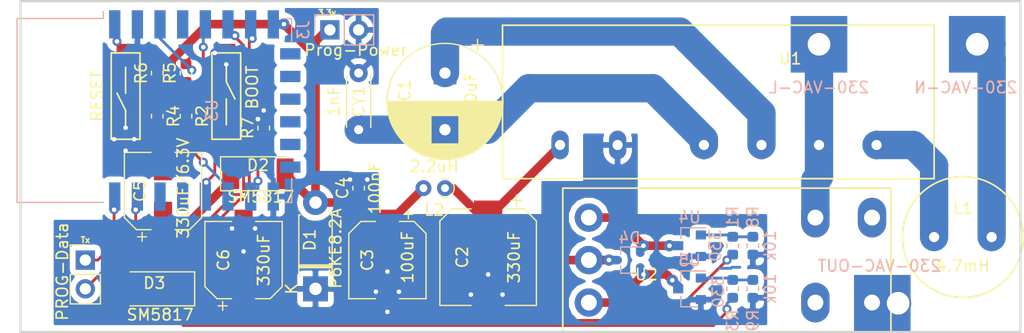
<source format=kicad_pcb>
(kicad_pcb (version 20171130) (host pcbnew 5.0.1-33cea8e~68~ubuntu16.04.1)

  (general
    (thickness 1.6)
    (drawings 6)
    (tracks 227)
    (zones 0)
    (modules 34)
    (nets 37)
  )

  (page A4)
  (layers
    (0 F.Cu signal)
    (31 B.Cu signal)
    (32 B.Adhes user)
    (33 F.Adhes user)
    (34 B.Paste user)
    (35 F.Paste user)
    (36 B.SilkS user)
    (37 F.SilkS user)
    (38 B.Mask user)
    (39 F.Mask user)
    (40 Dwgs.User user)
    (41 Cmts.User user)
    (42 Eco1.User user)
    (43 Eco2.User user)
    (44 Edge.Cuts user)
    (45 Margin user)
    (46 B.CrtYd user)
    (47 F.CrtYd user)
    (48 B.Fab user)
    (49 F.Fab user)
  )

  (setup
    (last_trace_width 0.25)
    (trace_clearance 0.2)
    (zone_clearance 0.508)
    (zone_45_only no)
    (trace_min 0.2)
    (segment_width 0.2)
    (edge_width 0.2)
    (via_size 0.8)
    (via_drill 0.4)
    (via_min_size 0.4)
    (via_min_drill 0.3)
    (uvia_size 0.3)
    (uvia_drill 0.1)
    (uvias_allowed no)
    (uvia_min_size 0.2)
    (uvia_min_drill 0.1)
    (pcb_text_width 0.3)
    (pcb_text_size 1.5 1.5)
    (mod_edge_width 0.15)
    (mod_text_size 1 1)
    (mod_text_width 0.15)
    (pad_size 1.524 1.524)
    (pad_drill 0.762)
    (pad_to_mask_clearance 0.051)
    (solder_mask_min_width 0.25)
    (aux_axis_origin 0 0)
    (visible_elements FFFFFF7F)
    (pcbplotparams
      (layerselection 0x010fc_ffffffff)
      (usegerberextensions false)
      (usegerberattributes false)
      (usegerberadvancedattributes false)
      (creategerberjobfile false)
      (excludeedgelayer true)
      (linewidth 0.100000)
      (plotframeref false)
      (viasonmask false)
      (mode 1)
      (useauxorigin false)
      (hpglpennumber 1)
      (hpglpenspeed 20)
      (hpglpendiameter 15.000000)
      (psnegative false)
      (psa4output false)
      (plotreference true)
      (plotvalue true)
      (plotinvisibletext false)
      (padsonsilk false)
      (subtractmaskfromsilk false)
      (outputformat 4)
      (mirror false)
      (drillshape 0)
      (scaleselection 1)
      (outputdirectory "../../../Desktop/pcb"))
  )

  (net 0 "")
  (net 1 +3V3)
  (net 2 "Net-(C5-Pad1)")
  (net 3 POWER-MULT)
  (net 4 PUMP)
  (net 5 RELAY-RESET)
  (net 6 RELAY-SET)
  (net 7 230-VAC-L)
  (net 8 "Net-(J2-Pad1)")
  (net 9 RX)
  (net 10 TX)
  (net 11 "Net-(J4-Pad1)")
  (net 12 "Net-(L1-Pad2)")
  (net 13 "Net-(C1-Pad1)")
  (net 14 "Net-(C1-Pad2)")
  (net 15 "Net-(C2-Pad1)")
  (net 16 "Net-(R6-Pad2)")
  (net 17 "Net-(R5-Pad2)")
  (net 18 "Net-(U3-Pad4)")
  (net 19 GPIO-RELAY-SET)
  (net 20 GPIO-RELAY-RESET)
  (net 21 "Net-(U3-Pad9)")
  (net 22 "Net-(U3-Pad10)")
  (net 23 "Net-(U3-Pad11)")
  (net 24 "Net-(U3-Pad12)")
  (net 25 "Net-(U3-Pad13)")
  (net 26 "Net-(U3-Pad14)")
  (net 27 "Net-(R7-Pad1)")
  (net 28 "Net-(R4-Pad2)")
  (net 29 "Net-(R2-Pad2)")
  (net 30 "Net-(U3-Pad19)")
  (net 31 "Net-(U3-Pad20)")
  (net 32 "Net-(R1-Pad2)")
  (net 33 "Net-(R3-Pad2)")
  (net 34 "Net-(U2-Pad4)")
  (net 35 Earth)
  (net 36 "Net-(U2-Pad6)")

  (net_class Default "This is the default net class."
    (clearance 0.2)
    (trace_width 0.25)
    (via_dia 0.8)
    (via_drill 0.4)
    (uvia_dia 0.3)
    (uvia_drill 0.1)
    (add_net Earth)
    (add_net GPIO-RELAY-RESET)
    (add_net GPIO-RELAY-SET)
    (add_net "Net-(R1-Pad2)")
    (add_net "Net-(R2-Pad2)")
    (add_net "Net-(R3-Pad2)")
    (add_net "Net-(R4-Pad2)")
    (add_net "Net-(R5-Pad2)")
    (add_net "Net-(R6-Pad2)")
    (add_net "Net-(R7-Pad1)")
    (add_net "Net-(U2-Pad4)")
    (add_net "Net-(U2-Pad6)")
    (add_net "Net-(U3-Pad10)")
    (add_net "Net-(U3-Pad11)")
    (add_net "Net-(U3-Pad12)")
    (add_net "Net-(U3-Pad13)")
    (add_net "Net-(U3-Pad14)")
    (add_net "Net-(U3-Pad19)")
    (add_net "Net-(U3-Pad20)")
    (add_net "Net-(U3-Pad4)")
    (add_net "Net-(U3-Pad9)")
    (add_net PUMP)
    (add_net RX)
    (add_net TX)
  )

  (net_class 230VC ""
    (clearance 2.5)
    (trace_width 2.5)
    (via_dia 1.5)
    (via_drill 0.8)
    (uvia_dia 0.3)
    (uvia_drill 0.1)
    (add_net 230-VAC-L)
    (add_net "Net-(C1-Pad1)")
    (add_net "Net-(C1-Pad2)")
    (add_net "Net-(J2-Pad1)")
    (add_net "Net-(J4-Pad1)")
    (add_net "Net-(L1-Pad2)")
  )

  (net_class Power ""
    (clearance 0.2)
    (trace_width 0.76)
    (via_dia 1)
    (via_drill 0.4)
    (uvia_dia 0.3)
    (uvia_drill 0.1)
    (add_net +3V3)
    (add_net "Net-(C2-Pad1)")
    (add_net "Net-(C5-Pad1)")
    (add_net POWER-MULT)
    (add_net RELAY-RESET)
    (add_net RELAY-SET)
  )

  (module Connector_PinHeader_2.54mm:PinHeader_1x02_P2.54mm_Vertical (layer B.Cu) (tedit 5BDFFDC8) (tstamp 5BEC3D86)
    (at 84.455 85.725 270)
    (descr "Through hole straight pin header, 1x02, 2.54mm pitch, single row")
    (tags "Through hole pin header THT 1x02 2.54mm single row")
    (path /5BE065E4)
    (fp_text reference J3 (at 0 2.33 270) (layer B.SilkS)
      (effects (font (size 1 1) (thickness 0.15)) (justify mirror))
    )
    (fp_text value Prog-Power (at 1.778 -2.286) (layer F.SilkS)
      (effects (font (size 1 1) (thickness 0.15)))
    )
    (fp_line (start -0.635 1.27) (end 1.27 1.27) (layer B.Fab) (width 0.1))
    (fp_line (start 1.27 1.27) (end 1.27 -3.81) (layer B.Fab) (width 0.1))
    (fp_line (start 1.27 -3.81) (end -1.27 -3.81) (layer B.Fab) (width 0.1))
    (fp_line (start -1.27 -3.81) (end -1.27 0.635) (layer B.Fab) (width 0.1))
    (fp_line (start -1.27 0.635) (end -0.635 1.27) (layer B.Fab) (width 0.1))
    (fp_line (start -1.33 -3.87) (end 1.33 -3.87) (layer B.SilkS) (width 0.12))
    (fp_line (start -1.33 -1.27) (end -1.33 -3.87) (layer B.SilkS) (width 0.12))
    (fp_line (start 1.33 -1.27) (end 1.33 -3.87) (layer B.SilkS) (width 0.12))
    (fp_line (start -1.33 -1.27) (end 1.33 -1.27) (layer B.SilkS) (width 0.12))
    (fp_line (start -1.33 0) (end -1.33 1.33) (layer B.SilkS) (width 0.12))
    (fp_line (start -1.33 1.33) (end 0 1.33) (layer B.SilkS) (width 0.12))
    (fp_line (start -1.8 1.8) (end -1.8 -4.35) (layer B.CrtYd) (width 0.05))
    (fp_line (start -1.8 -4.35) (end 1.8 -4.35) (layer B.CrtYd) (width 0.05))
    (fp_line (start 1.8 -4.35) (end 1.8 1.8) (layer B.CrtYd) (width 0.05))
    (fp_line (start 1.8 1.8) (end -1.8 1.8) (layer B.CrtYd) (width 0.05))
    (fp_text user %R (at 0 -1.27 180) (layer B.Fab)
      (effects (font (size 1 1) (thickness 0.15)) (justify mirror))
    )
    (pad 1 thru_hole rect (at 0 0 270) (size 1.7 1.7) (drill 1) (layers *.Cu *.Mask)
      (net 1 +3V3))
    (pad 2 thru_hole oval (at 0 -2.54 270) (size 1.7 1.7) (drill 1) (layers *.Cu *.Mask)
      (net 35 Earth))
    (model ${KISYS3DMOD}/Connector_PinHeader_2.54mm.3dshapes/PinHeader_1x02_P2.54mm_Vertical.wrl
      (at (xyz 0 0 0))
      (scale (xyz 1 1 1))
      (rotate (xyz 0 0 0))
    )
  )

  (module Diode_SMD:D_MELF (layer F.Cu) (tedit 5BE00036) (tstamp 5BEC8004)
    (at 78.105 98.425)
    (descr "Diode, MELF,,")
    (tags "Diode MELF ")
    (path /5BD8D909)
    (attr smd)
    (fp_text reference D2 (at 0 -0.762) (layer F.SilkS)
      (effects (font (size 1 1) (thickness 0.15)))
    )
    (fp_text value SM5817 (at 0.254 2.032) (layer F.SilkS)
      (effects (font (size 1 1) (thickness 0.15)))
    )
    (fp_line (start -3.4 1.6) (end -3.4 -1.6) (layer F.CrtYd) (width 0.05))
    (fp_line (start 3.4 1.6) (end -3.4 1.6) (layer F.CrtYd) (width 0.05))
    (fp_line (start 3.4 -1.6) (end 3.4 1.6) (layer F.CrtYd) (width 0.05))
    (fp_line (start -3.4 -1.6) (end 3.4 -1.6) (layer F.CrtYd) (width 0.05))
    (fp_line (start -0.64944 0.00102) (end 0.50118 -0.79908) (layer F.Fab) (width 0.1))
    (fp_line (start -0.64944 0.00102) (end 0.50118 0.75032) (layer F.Fab) (width 0.1))
    (fp_line (start 0.50118 0.75032) (end 0.50118 -0.79908) (layer F.Fab) (width 0.1))
    (fp_line (start -0.64944 -0.79908) (end -0.64944 0.80112) (layer F.Fab) (width 0.1))
    (fp_line (start 0.50118 0.00102) (end 1.4994 0.00102) (layer F.Fab) (width 0.1))
    (fp_line (start -0.64944 0.00102) (end -1.55114 0.00102) (layer F.Fab) (width 0.1))
    (fp_line (start 2.6 1.3) (end 2.6 -1.3) (layer F.Fab) (width 0.1))
    (fp_line (start -2.6 1.3) (end 2.6 1.3) (layer F.Fab) (width 0.1))
    (fp_line (start -2.6 -1.3) (end -2.6 1.3) (layer F.Fab) (width 0.1))
    (fp_line (start 2.6 -1.3) (end -2.6 -1.3) (layer F.Fab) (width 0.1))
    (fp_line (start -3.3 1.5) (end 2.4 1.5) (layer F.SilkS) (width 0.12))
    (fp_line (start -3.3 -1.5) (end -3.3 1.5) (layer F.SilkS) (width 0.12))
    (fp_line (start 2.4 -1.5) (end -3.3 -1.5) (layer F.SilkS) (width 0.12))
    (fp_text user %R (at 0 -2.5) (layer F.Fab) hide
      (effects (font (size 1 1) (thickness 0.15)))
    )
    (pad 2 smd rect (at 2.4 0) (size 1.5 2.7) (layers F.Cu F.Paste F.Mask)
      (net 1 +3V3))
    (pad 1 smd rect (at -2.4 0) (size 1.5 2.7) (layers F.Cu F.Paste F.Mask)
      (net 2 "Net-(C5-Pad1)"))
    (model ${KISYS3DMOD}/Diode_SMD.3dshapes/D_MELF.wrl
      (at (xyz 0 0 0))
      (scale (xyz 1 1 1))
      (rotate (xyz 0 0 0))
    )
  )

  (module Diode_SMD:D_MELF (layer F.Cu) (tedit 5BDFFD2B) (tstamp 5C21B1BC)
    (at 69.215 108.585 180)
    (descr "Diode, MELF,,")
    (tags "Diode MELF ")
    (path /5BD8D9FF)
    (attr smd)
    (fp_text reference D3 (at 0.254 0.508 180) (layer F.SilkS)
      (effects (font (size 1 1) (thickness 0.15)))
    )
    (fp_text value SM5817 (at -0.254 -2.286 180) (layer F.SilkS)
      (effects (font (size 1 1) (thickness 0.15)))
    )
    (fp_text user %R (at 0 -2.5 180) (layer F.Fab) hide
      (effects (font (size 1 1) (thickness 0.15)))
    )
    (fp_line (start 2.4 -1.5) (end -3.3 -1.5) (layer F.SilkS) (width 0.12))
    (fp_line (start -3.3 -1.5) (end -3.3 1.5) (layer F.SilkS) (width 0.12))
    (fp_line (start -3.3 1.5) (end 2.4 1.5) (layer F.SilkS) (width 0.12))
    (fp_line (start 2.6 -1.3) (end -2.6 -1.3) (layer F.Fab) (width 0.1))
    (fp_line (start -2.6 -1.3) (end -2.6 1.3) (layer F.Fab) (width 0.1))
    (fp_line (start -2.6 1.3) (end 2.6 1.3) (layer F.Fab) (width 0.1))
    (fp_line (start 2.6 1.3) (end 2.6 -1.3) (layer F.Fab) (width 0.1))
    (fp_line (start -0.64944 0.00102) (end -1.55114 0.00102) (layer F.Fab) (width 0.1))
    (fp_line (start 0.50118 0.00102) (end 1.4994 0.00102) (layer F.Fab) (width 0.1))
    (fp_line (start -0.64944 -0.79908) (end -0.64944 0.80112) (layer F.Fab) (width 0.1))
    (fp_line (start 0.50118 0.75032) (end 0.50118 -0.79908) (layer F.Fab) (width 0.1))
    (fp_line (start -0.64944 0.00102) (end 0.50118 0.75032) (layer F.Fab) (width 0.1))
    (fp_line (start -0.64944 0.00102) (end 0.50118 -0.79908) (layer F.Fab) (width 0.1))
    (fp_line (start -3.4 -1.6) (end 3.4 -1.6) (layer F.CrtYd) (width 0.05))
    (fp_line (start 3.4 -1.6) (end 3.4 1.6) (layer F.CrtYd) (width 0.05))
    (fp_line (start 3.4 1.6) (end -3.4 1.6) (layer F.CrtYd) (width 0.05))
    (fp_line (start -3.4 1.6) (end -3.4 -1.6) (layer F.CrtYd) (width 0.05))
    (pad 1 smd rect (at -2.4 0 180) (size 1.5 2.7) (layers F.Cu F.Paste F.Mask)
      (net 3 POWER-MULT))
    (pad 2 smd rect (at 2.4 0 180) (size 1.5 2.7) (layers F.Cu F.Paste F.Mask)
      (net 2 "Net-(C5-Pad1)"))
    (model ${KISYS3DMOD}/Diode_SMD.3dshapes/D_MELF.wrl
      (at (xyz 0 0 0))
      (scale (xyz 1 1 1))
      (rotate (xyz 0 0 0))
    )
  )

  (module Capacitor_SMD:CP_Elec_6.3x7.7 (layer F.Cu) (tedit 5BE003A7) (tstamp 5BEC74B5)
    (at 89.535 106.045 270)
    (descr "SMT capacitor, aluminium electrolytic, 6.3x7.7, Nichicon ")
    (tags "Capacitor Electrolytic")
    (path /5BD83A77)
    (attr smd)
    (fp_text reference C3 (at 0 1.778 270) (layer F.SilkS)
      (effects (font (size 1 1) (thickness 0.15)))
    )
    (fp_text value 100uF (at -0.254 -1.778 270) (layer F.SilkS)
      (effects (font (size 1 1) (thickness 0.15)))
    )
    (fp_circle (center 0 0) (end 3.15 0) (layer F.Fab) (width 0.1))
    (fp_line (start 3.3 -3.3) (end 3.3 3.3) (layer F.Fab) (width 0.1))
    (fp_line (start -2.3 -3.3) (end 3.3 -3.3) (layer F.Fab) (width 0.1))
    (fp_line (start -2.3 3.3) (end 3.3 3.3) (layer F.Fab) (width 0.1))
    (fp_line (start -3.3 -2.3) (end -3.3 2.3) (layer F.Fab) (width 0.1))
    (fp_line (start -3.3 -2.3) (end -2.3 -3.3) (layer F.Fab) (width 0.1))
    (fp_line (start -3.3 2.3) (end -2.3 3.3) (layer F.Fab) (width 0.1))
    (fp_line (start -2.704838 -1.33) (end -2.074838 -1.33) (layer F.Fab) (width 0.1))
    (fp_line (start -2.389838 -1.645) (end -2.389838 -1.015) (layer F.Fab) (width 0.1))
    (fp_line (start 3.41 3.41) (end 3.41 1.06) (layer F.SilkS) (width 0.12))
    (fp_line (start 3.41 -3.41) (end 3.41 -1.06) (layer F.SilkS) (width 0.12))
    (fp_line (start -2.345563 -3.41) (end 3.41 -3.41) (layer F.SilkS) (width 0.12))
    (fp_line (start -2.345563 3.41) (end 3.41 3.41) (layer F.SilkS) (width 0.12))
    (fp_line (start -3.41 2.345563) (end -3.41 1.06) (layer F.SilkS) (width 0.12))
    (fp_line (start -3.41 -2.345563) (end -3.41 -1.06) (layer F.SilkS) (width 0.12))
    (fp_line (start -3.41 -2.345563) (end -2.345563 -3.41) (layer F.SilkS) (width 0.12))
    (fp_line (start -3.41 2.345563) (end -2.345563 3.41) (layer F.SilkS) (width 0.12))
    (fp_line (start -4.4375 -1.8475) (end -3.65 -1.8475) (layer F.SilkS) (width 0.12))
    (fp_line (start -4.04375 -2.24125) (end -4.04375 -1.45375) (layer F.SilkS) (width 0.12))
    (fp_line (start 3.55 -3.55) (end 3.55 -1.05) (layer F.CrtYd) (width 0.05))
    (fp_line (start 3.55 -1.05) (end 4.7 -1.05) (layer F.CrtYd) (width 0.05))
    (fp_line (start 4.7 -1.05) (end 4.7 1.05) (layer F.CrtYd) (width 0.05))
    (fp_line (start 4.7 1.05) (end 3.55 1.05) (layer F.CrtYd) (width 0.05))
    (fp_line (start 3.55 1.05) (end 3.55 3.55) (layer F.CrtYd) (width 0.05))
    (fp_line (start -2.4 3.55) (end 3.55 3.55) (layer F.CrtYd) (width 0.05))
    (fp_line (start -2.4 -3.55) (end 3.55 -3.55) (layer F.CrtYd) (width 0.05))
    (fp_line (start -3.55 2.4) (end -2.4 3.55) (layer F.CrtYd) (width 0.05))
    (fp_line (start -3.55 -2.4) (end -2.4 -3.55) (layer F.CrtYd) (width 0.05))
    (fp_line (start -3.55 -2.4) (end -3.55 -1.05) (layer F.CrtYd) (width 0.05))
    (fp_line (start -3.55 1.05) (end -3.55 2.4) (layer F.CrtYd) (width 0.05))
    (fp_line (start -3.55 -1.05) (end -4.7 -1.05) (layer F.CrtYd) (width 0.05))
    (fp_line (start -4.7 -1.05) (end -4.7 1.05) (layer F.CrtYd) (width 0.05))
    (fp_line (start -4.7 1.05) (end -3.55 1.05) (layer F.CrtYd) (width 0.05))
    (fp_text user %R (at 0 0 270) (layer F.Fab) hide
      (effects (font (size 1 1) (thickness 0.15)))
    )
    (pad 1 smd rect (at -2.7 0 270) (size 3.5 1.6) (layers F.Cu F.Paste F.Mask)
      (net 1 +3V3))
    (pad 2 smd rect (at 2.7 0 270) (size 3.5 1.6) (layers F.Cu F.Paste F.Mask)
      (net 35 Earth))
    (model ${KISYS3DMOD}/Capacitor_SMD.3dshapes/CP_Elec_6.3x7.7.wrl
      (at (xyz 0 0 0))
      (scale (xyz 1 1 1))
      (rotate (xyz 0 0 0))
    )
  )

  (module Capacitor_SMD:CP_Elec_6.3x7.7 (layer F.Cu) (tedit 5BDFFD82) (tstamp 5C217F68)
    (at 69.723 99.949 90)
    (descr "SMT capacitor, aluminium electrolytic, 6.3x7.7, Nichicon ")
    (tags "Capacitor Electrolytic")
    (path /5BD8D461)
    (attr smd)
    (fp_text reference C5 (at 0 -2.032 90) (layer F.SilkS)
      (effects (font (size 1 1) (thickness 0.15)))
    )
    (fp_text value 330uF/6.3V (at 0.254 1.778 90) (layer F.SilkS)
      (effects (font (size 1 1) (thickness 0.15)))
    )
    (fp_text user %R (at 0 0 90) (layer F.Fab) hide
      (effects (font (size 1 1) (thickness 0.15)))
    )
    (fp_line (start -4.7 1.05) (end -3.55 1.05) (layer F.CrtYd) (width 0.05))
    (fp_line (start -4.7 -1.05) (end -4.7 1.05) (layer F.CrtYd) (width 0.05))
    (fp_line (start -3.55 -1.05) (end -4.7 -1.05) (layer F.CrtYd) (width 0.05))
    (fp_line (start -3.55 1.05) (end -3.55 2.4) (layer F.CrtYd) (width 0.05))
    (fp_line (start -3.55 -2.4) (end -3.55 -1.05) (layer F.CrtYd) (width 0.05))
    (fp_line (start -3.55 -2.4) (end -2.4 -3.55) (layer F.CrtYd) (width 0.05))
    (fp_line (start -3.55 2.4) (end -2.4 3.55) (layer F.CrtYd) (width 0.05))
    (fp_line (start -2.4 -3.55) (end 3.55 -3.55) (layer F.CrtYd) (width 0.05))
    (fp_line (start -2.4 3.55) (end 3.55 3.55) (layer F.CrtYd) (width 0.05))
    (fp_line (start 3.55 1.05) (end 3.55 3.55) (layer F.CrtYd) (width 0.05))
    (fp_line (start 4.7 1.05) (end 3.55 1.05) (layer F.CrtYd) (width 0.05))
    (fp_line (start 4.7 -1.05) (end 4.7 1.05) (layer F.CrtYd) (width 0.05))
    (fp_line (start 3.55 -1.05) (end 4.7 -1.05) (layer F.CrtYd) (width 0.05))
    (fp_line (start 3.55 -3.55) (end 3.55 -1.05) (layer F.CrtYd) (width 0.05))
    (fp_line (start -4.04375 -2.24125) (end -4.04375 -1.45375) (layer F.SilkS) (width 0.12))
    (fp_line (start -4.4375 -1.8475) (end -3.65 -1.8475) (layer F.SilkS) (width 0.12))
    (fp_line (start -3.41 2.345563) (end -2.345563 3.41) (layer F.SilkS) (width 0.12))
    (fp_line (start -3.41 -2.345563) (end -2.345563 -3.41) (layer F.SilkS) (width 0.12))
    (fp_line (start -3.41 -2.345563) (end -3.41 -1.06) (layer F.SilkS) (width 0.12))
    (fp_line (start -3.41 2.345563) (end -3.41 1.06) (layer F.SilkS) (width 0.12))
    (fp_line (start -2.345563 3.41) (end 3.41 3.41) (layer F.SilkS) (width 0.12))
    (fp_line (start -2.345563 -3.41) (end 3.41 -3.41) (layer F.SilkS) (width 0.12))
    (fp_line (start 3.41 -3.41) (end 3.41 -1.06) (layer F.SilkS) (width 0.12))
    (fp_line (start 3.41 3.41) (end 3.41 1.06) (layer F.SilkS) (width 0.12))
    (fp_line (start -2.389838 -1.645) (end -2.389838 -1.015) (layer F.Fab) (width 0.1))
    (fp_line (start -2.704838 -1.33) (end -2.074838 -1.33) (layer F.Fab) (width 0.1))
    (fp_line (start -3.3 2.3) (end -2.3 3.3) (layer F.Fab) (width 0.1))
    (fp_line (start -3.3 -2.3) (end -2.3 -3.3) (layer F.Fab) (width 0.1))
    (fp_line (start -3.3 -2.3) (end -3.3 2.3) (layer F.Fab) (width 0.1))
    (fp_line (start -2.3 3.3) (end 3.3 3.3) (layer F.Fab) (width 0.1))
    (fp_line (start -2.3 -3.3) (end 3.3 -3.3) (layer F.Fab) (width 0.1))
    (fp_line (start 3.3 -3.3) (end 3.3 3.3) (layer F.Fab) (width 0.1))
    (fp_circle (center 0 0) (end 3.15 0) (layer F.Fab) (width 0.1))
    (pad 2 smd rect (at 2.7 0 90) (size 3.5 1.6) (layers F.Cu F.Paste F.Mask)
      (net 4 PUMP))
    (pad 1 smd rect (at -2.7 0 90) (size 3.5 1.6) (layers F.Cu F.Paste F.Mask)
      (net 2 "Net-(C5-Pad1)"))
    (model ${KISYS3DMOD}/Capacitor_SMD.3dshapes/CP_Elec_6.3x7.7.wrl
      (at (xyz 0 0 0))
      (scale (xyz 1 1 1))
      (rotate (xyz 0 0 0))
    )
  )

  (module Capacitor_SMD:CP_Elec_6.3x7.7 (layer F.Cu) (tedit 5BE003B4) (tstamp 5C217F41)
    (at 76.835 106.045 90)
    (descr "SMT capacitor, aluminium electrolytic, 6.3x7.7, Nichicon ")
    (tags "Capacitor Electrolytic")
    (path /5BD8D695)
    (attr smd)
    (fp_text reference C6 (at 0 -1.778 90) (layer F.SilkS)
      (effects (font (size 1 1) (thickness 0.15)))
    )
    (fp_text value 330uF (at 0 1.778 90) (layer F.SilkS)
      (effects (font (size 1 1) (thickness 0.15)))
    )
    (fp_circle (center 0 0) (end 3.15 0) (layer F.Fab) (width 0.1))
    (fp_line (start 3.3 -3.3) (end 3.3 3.3) (layer F.Fab) (width 0.1))
    (fp_line (start -2.3 -3.3) (end 3.3 -3.3) (layer F.Fab) (width 0.1))
    (fp_line (start -2.3 3.3) (end 3.3 3.3) (layer F.Fab) (width 0.1))
    (fp_line (start -3.3 -2.3) (end -3.3 2.3) (layer F.Fab) (width 0.1))
    (fp_line (start -3.3 -2.3) (end -2.3 -3.3) (layer F.Fab) (width 0.1))
    (fp_line (start -3.3 2.3) (end -2.3 3.3) (layer F.Fab) (width 0.1))
    (fp_line (start -2.704838 -1.33) (end -2.074838 -1.33) (layer F.Fab) (width 0.1))
    (fp_line (start -2.389838 -1.645) (end -2.389838 -1.015) (layer F.Fab) (width 0.1))
    (fp_line (start 3.41 3.41) (end 3.41 1.06) (layer F.SilkS) (width 0.12))
    (fp_line (start 3.41 -3.41) (end 3.41 -1.06) (layer F.SilkS) (width 0.12))
    (fp_line (start -2.345563 -3.41) (end 3.41 -3.41) (layer F.SilkS) (width 0.12))
    (fp_line (start -2.345563 3.41) (end 3.41 3.41) (layer F.SilkS) (width 0.12))
    (fp_line (start -3.41 2.345563) (end -3.41 1.06) (layer F.SilkS) (width 0.12))
    (fp_line (start -3.41 -2.345563) (end -3.41 -1.06) (layer F.SilkS) (width 0.12))
    (fp_line (start -3.41 -2.345563) (end -2.345563 -3.41) (layer F.SilkS) (width 0.12))
    (fp_line (start -3.41 2.345563) (end -2.345563 3.41) (layer F.SilkS) (width 0.12))
    (fp_line (start -4.4375 -1.8475) (end -3.65 -1.8475) (layer F.SilkS) (width 0.12))
    (fp_line (start -4.04375 -2.24125) (end -4.04375 -1.45375) (layer F.SilkS) (width 0.12))
    (fp_line (start 3.55 -3.55) (end 3.55 -1.05) (layer F.CrtYd) (width 0.05))
    (fp_line (start 3.55 -1.05) (end 4.7 -1.05) (layer F.CrtYd) (width 0.05))
    (fp_line (start 4.7 -1.05) (end 4.7 1.05) (layer F.CrtYd) (width 0.05))
    (fp_line (start 4.7 1.05) (end 3.55 1.05) (layer F.CrtYd) (width 0.05))
    (fp_line (start 3.55 1.05) (end 3.55 3.55) (layer F.CrtYd) (width 0.05))
    (fp_line (start -2.4 3.55) (end 3.55 3.55) (layer F.CrtYd) (width 0.05))
    (fp_line (start -2.4 -3.55) (end 3.55 -3.55) (layer F.CrtYd) (width 0.05))
    (fp_line (start -3.55 2.4) (end -2.4 3.55) (layer F.CrtYd) (width 0.05))
    (fp_line (start -3.55 -2.4) (end -2.4 -3.55) (layer F.CrtYd) (width 0.05))
    (fp_line (start -3.55 -2.4) (end -3.55 -1.05) (layer F.CrtYd) (width 0.05))
    (fp_line (start -3.55 1.05) (end -3.55 2.4) (layer F.CrtYd) (width 0.05))
    (fp_line (start -3.55 -1.05) (end -4.7 -1.05) (layer F.CrtYd) (width 0.05))
    (fp_line (start -4.7 -1.05) (end -4.7 1.05) (layer F.CrtYd) (width 0.05))
    (fp_line (start -4.7 1.05) (end -3.55 1.05) (layer F.CrtYd) (width 0.05))
    (fp_text user %R (at 0 0 90) (layer F.Fab) hide
      (effects (font (size 1 1) (thickness 0.15)))
    )
    (pad 1 smd rect (at -2.7 0 90) (size 3.5 1.6) (layers F.Cu F.Paste F.Mask)
      (net 3 POWER-MULT))
    (pad 2 smd rect (at 2.7 0 90) (size 3.5 1.6) (layers F.Cu F.Paste F.Mask)
      (net 35 Earth))
    (model ${KISYS3DMOD}/Capacitor_SMD.3dshapes/CP_Elec_6.3x7.7.wrl
      (at (xyz 0 0 0))
      (scale (xyz 1 1 1))
      (rotate (xyz 0 0 0))
    )
  )

  (module Capacitor_SMD:CP_Elec_8x10 (layer F.Cu) (tedit 5BE003AF) (tstamp 5C217F1A)
    (at 98.425 105.791 270)
    (descr "SMT capacitor, aluminium electrolytic, 8x10, Nichicon ")
    (tags "Capacitor Electrolytic")
    (path /5BD83B19)
    (attr smd)
    (fp_text reference C2 (at 0 2.286 270) (layer F.SilkS)
      (effects (font (size 1 1) (thickness 0.15)))
    )
    (fp_text value 330uF (at 0 -2.286 270) (layer F.SilkS)
      (effects (font (size 1 1) (thickness 0.15)))
    )
    (fp_circle (center 0 0) (end 4 0) (layer F.Fab) (width 0.1))
    (fp_line (start 4.15 -4.15) (end 4.15 4.15) (layer F.Fab) (width 0.1))
    (fp_line (start -3.15 -4.15) (end 4.15 -4.15) (layer F.Fab) (width 0.1))
    (fp_line (start -3.15 4.15) (end 4.15 4.15) (layer F.Fab) (width 0.1))
    (fp_line (start -4.15 -3.15) (end -4.15 3.15) (layer F.Fab) (width 0.1))
    (fp_line (start -4.15 -3.15) (end -3.15 -4.15) (layer F.Fab) (width 0.1))
    (fp_line (start -4.15 3.15) (end -3.15 4.15) (layer F.Fab) (width 0.1))
    (fp_line (start -3.562278 -1.5) (end -2.762278 -1.5) (layer F.Fab) (width 0.1))
    (fp_line (start -3.162278 -1.9) (end -3.162278 -1.1) (layer F.Fab) (width 0.1))
    (fp_line (start 4.26 4.26) (end 4.26 1.51) (layer F.SilkS) (width 0.12))
    (fp_line (start 4.26 -4.26) (end 4.26 -1.51) (layer F.SilkS) (width 0.12))
    (fp_line (start -3.195563 -4.26) (end 4.26 -4.26) (layer F.SilkS) (width 0.12))
    (fp_line (start -3.195563 4.26) (end 4.26 4.26) (layer F.SilkS) (width 0.12))
    (fp_line (start -4.26 3.195563) (end -4.26 1.51) (layer F.SilkS) (width 0.12))
    (fp_line (start -4.26 -3.195563) (end -4.26 -1.51) (layer F.SilkS) (width 0.12))
    (fp_line (start -4.26 -3.195563) (end -3.195563 -4.26) (layer F.SilkS) (width 0.12))
    (fp_line (start -4.26 3.195563) (end -3.195563 4.26) (layer F.SilkS) (width 0.12))
    (fp_line (start -5.5 -2.51) (end -4.5 -2.51) (layer F.SilkS) (width 0.12))
    (fp_line (start -5 -3.01) (end -5 -2.01) (layer F.SilkS) (width 0.12))
    (fp_line (start 4.4 -4.4) (end 4.4 -1.5) (layer F.CrtYd) (width 0.05))
    (fp_line (start 4.4 -1.5) (end 5.25 -1.5) (layer F.CrtYd) (width 0.05))
    (fp_line (start 5.25 -1.5) (end 5.25 1.5) (layer F.CrtYd) (width 0.05))
    (fp_line (start 5.25 1.5) (end 4.4 1.5) (layer F.CrtYd) (width 0.05))
    (fp_line (start 4.4 1.5) (end 4.4 4.4) (layer F.CrtYd) (width 0.05))
    (fp_line (start -3.25 4.4) (end 4.4 4.4) (layer F.CrtYd) (width 0.05))
    (fp_line (start -3.25 -4.4) (end 4.4 -4.4) (layer F.CrtYd) (width 0.05))
    (fp_line (start -4.4 3.25) (end -3.25 4.4) (layer F.CrtYd) (width 0.05))
    (fp_line (start -4.4 -3.25) (end -3.25 -4.4) (layer F.CrtYd) (width 0.05))
    (fp_line (start -4.4 -3.25) (end -4.4 -1.5) (layer F.CrtYd) (width 0.05))
    (fp_line (start -4.4 1.5) (end -4.4 3.25) (layer F.CrtYd) (width 0.05))
    (fp_line (start -4.4 -1.5) (end -5.25 -1.5) (layer F.CrtYd) (width 0.05))
    (fp_line (start -5.25 -1.5) (end -5.25 1.5) (layer F.CrtYd) (width 0.05))
    (fp_line (start -5.25 1.5) (end -4.4 1.5) (layer F.CrtYd) (width 0.05))
    (fp_text user %R (at 0 0) (layer F.Fab) hide
      (effects (font (size 1 1) (thickness 0.15)))
    )
    (pad 1 smd rect (at -3.25 0 270) (size 3.5 2.5) (layers F.Cu F.Paste F.Mask)
      (net 15 "Net-(C2-Pad1)"))
    (pad 2 smd rect (at 3.25 0 270) (size 3.5 2.5) (layers F.Cu F.Paste F.Mask)
      (net 35 Earth))
    (model ${KISYS3DMOD}/Capacitor_SMD.3dshapes/CP_Elec_8x10.wrl
      (at (xyz 0 0 0))
      (scale (xyz 1 1 1))
      (rotate (xyz 0 0 0))
    )
  )

  (module SolderWirePad:PAD-5x5mm (layer B.Cu) (tedit 5BDFFF9B) (tstamp 5C21C0F1)
    (at 141.605 86.995)
    (path /5BDD1310)
    (fp_text reference J4 (at -2.54 5.08) (layer B.SilkS) hide
      (effects (font (size 1 1) (thickness 0.15)) (justify mirror))
    )
    (fp_text value 230-VAC-N (at -1.016 3.81) (layer B.SilkS)
      (effects (font (size 1 1) (thickness 0.15)) (justify mirror))
    )
    (pad 1 smd rect (at 0 0) (size 5 5) (layers B.Cu B.Paste B.Mask)
      (net 11 "Net-(J4-Pad1)"))
  )

  (module SolderWirePad:PAD-5x5mm (layer B.Cu) (tedit 5BDFFF8F) (tstamp 5C1EE325)
    (at 127.635 86.995)
    (path /5BDD1474)
    (fp_text reference J1 (at -2.54 5.08) (layer B.SilkS) hide
      (effects (font (size 1 1) (thickness 0.15)) (justify mirror))
    )
    (fp_text value 230-VAC-L (at 0 3.81) (layer B.SilkS)
      (effects (font (size 1 1) (thickness 0.15)) (justify mirror))
    )
    (pad 1 smd rect (at 0 0) (size 5 5) (layers B.Cu B.Paste B.Mask)
      (net 7 230-VAC-L))
  )

  (module SolderWirePad:PAD-5x5mm (layer B.Cu) (tedit 5BDFFF7F) (tstamp 5C1EE321)
    (at 133.223 109.855)
    (path /5BD9E44E)
    (fp_text reference J2 (at -2.54 5.08) (layer B.SilkS) hide
      (effects (font (size 1 1) (thickness 0.15)) (justify mirror))
    )
    (fp_text value 230-VAC-OUT (at -0.254 -3.302) (layer B.SilkS)
      (effects (font (size 1 1) (thickness 0.15)) (justify mirror))
    )
    (pad 1 smd rect (at 0 0) (size 5 5) (layers B.Cu B.Paste B.Mask)
      (net 8 "Net-(J2-Pad1)"))
  )

  (module Package_TO_SOT_SMD:SOT-323_SC-70 (layer B.Cu) (tedit 5BDFFEE3) (tstamp 5C0ABB13)
    (at 110.855 106.045 180)
    (descr "SOT-323, SC-70")
    (tags "SOT-323 SC-70")
    (path /5BD9B115)
    (attr smd)
    (fp_text reference D4 (at -0.05 1.95 180) (layer B.SilkS)
      (effects (font (size 1 1) (thickness 0.15)) (justify mirror))
    )
    (fp_text value 1PS70SB85 (at -0.05 -2.05 180) (layer B.Fab) hide
      (effects (font (size 1 1) (thickness 0.15)) (justify mirror))
    )
    (fp_text user %R (at 0 0 90) (layer B.Fab)
      (effects (font (size 0.5 0.5) (thickness 0.075)) (justify mirror))
    )
    (fp_line (start 0.73 -0.5) (end 0.73 -1.16) (layer B.SilkS) (width 0.12))
    (fp_line (start 0.73 1.16) (end 0.73 0.5) (layer B.SilkS) (width 0.12))
    (fp_line (start 1.7 -1.3) (end -1.7 -1.3) (layer B.CrtYd) (width 0.05))
    (fp_line (start 1.7 1.3) (end 1.7 -1.3) (layer B.CrtYd) (width 0.05))
    (fp_line (start -1.7 1.3) (end 1.7 1.3) (layer B.CrtYd) (width 0.05))
    (fp_line (start -1.7 -1.3) (end -1.7 1.3) (layer B.CrtYd) (width 0.05))
    (fp_line (start 0.73 1.16) (end -1.3 1.16) (layer B.SilkS) (width 0.12))
    (fp_line (start -0.68 -1.16) (end 0.73 -1.16) (layer B.SilkS) (width 0.12))
    (fp_line (start 0.67 1.1) (end -0.18 1.1) (layer B.Fab) (width 0.1))
    (fp_line (start -0.68 0.6) (end -0.68 -1.1) (layer B.Fab) (width 0.1))
    (fp_line (start 0.67 1.1) (end 0.67 -1.1) (layer B.Fab) (width 0.1))
    (fp_line (start 0.67 -1.1) (end -0.68 -1.1) (layer B.Fab) (width 0.1))
    (fp_line (start -0.18 1.1) (end -0.68 0.6) (layer B.Fab) (width 0.1))
    (pad 1 smd rect (at -1 0.65 270) (size 0.45 0.7) (layers B.Cu B.Paste B.Mask)
      (net 5 RELAY-RESET))
    (pad 2 smd rect (at -1 -0.65 270) (size 0.45 0.7) (layers B.Cu B.Paste B.Mask)
      (net 6 RELAY-SET))
    (pad 3 smd rect (at 1 0 270) (size 0.45 0.7) (layers B.Cu B.Paste B.Mask)
      (net 3 POWER-MULT))
    (model ${KISYS3DMOD}/Package_TO_SOT_SMD.3dshapes/SOT-323_SC-70.wrl
      (at (xyz 0 0 0))
      (scale (xyz 1 1 1))
      (rotate (xyz 0 0 0))
    )
  )

  (module AIMTEC-AC-DC:AMEOF3-JZ (layer F.Cu) (tedit 5BD83054) (tstamp 5C0AC5A0)
    (at 132.715 95.885 180)
    (path /5BD831F9)
    (fp_text reference U1 (at 7.62 7.62 180) (layer F.SilkS)
      (effects (font (size 1 1) (thickness 0.15)))
    )
    (fp_text value AMEOF3-JZ (at 18.034 7.112 180) (layer F.Fab)
      (effects (font (size 1 1) (thickness 0.15)))
    )
    (fp_line (start -5.08 10.57) (end -5.08 -2.97) (layer F.SilkS) (width 0.15))
    (fp_line (start 33.02 10.57) (end 33.02 -2.97) (layer F.SilkS) (width 0.15))
    (fp_line (start 33.02 -2.97) (end -5.08 -2.97) (layer F.SilkS) (width 0.15))
    (fp_line (start 33.02 10.57) (end -5.08 10.57) (layer F.SilkS) (width 0.15))
    (pad 1 thru_hole oval (at 0 0 180) (size 1.524 2.524) (drill 0.9) (layers *.Cu *.Mask)
      (net 12 "Net-(L1-Pad2)"))
    (pad 3 thru_hole oval (at 5.08 0 180) (size 1.524 2.524) (drill 0.9) (layers *.Cu *.Mask)
      (net 7 230-VAC-L))
    (pad 5 thru_hole oval (at 10.16 0 180) (size 1.524 2.524) (drill 0.9) (layers *.Cu *.Mask)
      (net 13 "Net-(C1-Pad1)"))
    (pad 7 thru_hole oval (at 15.24 0 180) (size 1.524 2.524) (drill 0.9) (layers *.Cu *.Mask)
      (net 14 "Net-(C1-Pad2)"))
    (pad 10 thru_hole oval (at 22.86 0 180) (size 1.524 2.524) (drill 0.9) (layers *.Cu *.Mask)
      (net 35 Earth))
    (pad 12 thru_hole oval (at 27.94 0 180) (size 1.524 2.524) (drill 0.9) (layers *.Cu *.Mask)
      (net 15 "Net-(C2-Pad1)"))
  )

  (module "OMRON-RELAY:OMRON G5RL-K1A-E-5DC" (layer F.Cu) (tedit 5BDFFF09) (tstamp 5BFB1127)
    (at 118.745 106.045)
    (path /5BD90633)
    (fp_text reference U2 (at -6.35 1.27) (layer F.SilkS)
      (effects (font (size 1 1) (thickness 0.15)))
    )
    (fp_text value G5RL-K1A-E-5DC (at 1.27 -1.27) (layer F.Fab) hide
      (effects (font (size 1 1) (thickness 0.15)))
    )
    (fp_line (start -13.73 6.35) (end -13.73 -6.35) (layer F.SilkS) (width 0.15))
    (fp_line (start -13.73 -6.35) (end 15.24 -6.35) (layer F.SilkS) (width 0.15))
    (fp_line (start 15.24 -6.35) (end 15.24 6.35) (layer F.SilkS) (width 0.15))
    (fp_line (start 15.24 6.35) (end -13.73 6.35) (layer F.SilkS) (width 0.15))
    (pad 9 thru_hole circle (at -11.43 0) (size 2.5 2.5) (drill 1.4) (layers *.Cu *.Mask)
      (net 3 POWER-MULT))
    (pad 8 thru_hole circle (at -11.43 3.75) (size 2.5 2.5) (drill 1.4) (layers *.Cu *.Mask)
      (net 6 RELAY-SET))
    (pad 1 thru_hole circle (at -11.43 -3.75) (size 2.5 2.5) (drill 1.4) (layers *.Cu *.Mask)
      (net 5 RELAY-RESET))
    (pad 6 thru_hole oval (at 8.57 3.75) (size 2.5 3.5) (drill 1.4) (layers *.Cu *.Mask)
      (net 36 "Net-(U2-Pad6)"))
    (pad 3 thru_hole oval (at 8.57 -3.75) (size 2.5 3.5) (drill 1.4) (layers *.Cu *.Mask)
      (net 7 230-VAC-L))
    (pad 4 thru_hole oval (at 13.57 -3.75) (size 2.5 3.5) (drill 1.4) (layers *.Cu *.Mask)
      (net 34 "Net-(U2-Pad4)"))
    (pad 5 thru_hole oval (at 13.57 3.75) (size 2.5 3.5) (drill 1.4) (layers *.Cu *.Mask)
      (net 8 "Net-(J2-Pad1)"))
  )

  (module RF_Module:ESP-12E (layer B.Cu) (tedit 5A030172) (tstamp 5BFB117D)
    (at 68.961 92.837 270)
    (descr "Wi-Fi Module, http://wiki.ai-thinker.com/_media/esp8266/docs/aithinker_esp_12f_datasheet_en.pdf")
    (tags "Wi-Fi Module")
    (path /5BD906F8)
    (attr smd)
    (fp_text reference U3 (at 0 -5.08 270) (layer B.SilkS)
      (effects (font (size 1 1) (thickness 0.15)) (justify mirror))
    )
    (fp_text value ESP-12E (at -0.06 12.78 270) (layer B.Fab)
      (effects (font (size 1 1) (thickness 0.15)) (justify mirror))
    )
    (fp_text user Antenna (at -0.06 7 90) (layer Cmts.User)
      (effects (font (size 1 1) (thickness 0.15)))
    )
    (fp_text user "KEEP-OUT ZONE" (at 0.03 9.55 90) (layer Cmts.User)
      (effects (font (size 1 1) (thickness 0.15)))
    )
    (fp_text user %R (at 0.49 0.8 270) (layer B.Fab)
      (effects (font (size 1 1) (thickness 0.15)) (justify mirror))
    )
    (fp_line (start -8 12) (end 8 12) (layer B.Fab) (width 0.12))
    (fp_line (start 8 12) (end 8 -12) (layer B.Fab) (width 0.12))
    (fp_line (start 8 -12) (end -8 -12) (layer B.Fab) (width 0.12))
    (fp_line (start -8 -12) (end -8 3) (layer B.Fab) (width 0.12))
    (fp_line (start -8 3) (end -7.5 3.5) (layer B.Fab) (width 0.12))
    (fp_line (start -7.5 3.5) (end -8 4) (layer B.Fab) (width 0.12))
    (fp_line (start -8 4) (end -8 12) (layer B.Fab) (width 0.12))
    (fp_line (start -9.05 12.2) (end 9.05 12.2) (layer B.CrtYd) (width 0.05))
    (fp_line (start 9.05 12.2) (end 9.05 -13.1) (layer B.CrtYd) (width 0.05))
    (fp_line (start 9.05 -13.1) (end -9.05 -13.1) (layer B.CrtYd) (width 0.05))
    (fp_line (start -9.05 -13.1) (end -9.05 12.2) (layer B.CrtYd) (width 0.05))
    (fp_line (start -8.12 12.12) (end 8.12 12.12) (layer B.SilkS) (width 0.12))
    (fp_line (start 8.12 12.12) (end 8.12 4.5) (layer B.SilkS) (width 0.12))
    (fp_line (start 8.12 -11.5) (end 8.12 -12.12) (layer B.SilkS) (width 0.12))
    (fp_line (start 8.12 -12.12) (end 6 -12.12) (layer B.SilkS) (width 0.12))
    (fp_line (start -6 -12.12) (end -8.12 -12.12) (layer B.SilkS) (width 0.12))
    (fp_line (start -8.12 -12.12) (end -8.12 -11.5) (layer B.SilkS) (width 0.12))
    (fp_line (start -8.12 4.5) (end -8.12 12.12) (layer B.SilkS) (width 0.12))
    (fp_line (start -8.12 4.5) (end -8.73 4.5) (layer B.SilkS) (width 0.12))
    (fp_line (start -8.12 12.12) (end 8.12 12.12) (layer Dwgs.User) (width 0.12))
    (fp_line (start 8.12 12.12) (end 8.12 4.8) (layer Dwgs.User) (width 0.12))
    (fp_line (start 8.12 4.8) (end -8.12 4.8) (layer Dwgs.User) (width 0.12))
    (fp_line (start -8.12 4.8) (end -8.12 12.12) (layer Dwgs.User) (width 0.12))
    (fp_line (start -8.12 9.12) (end -5.12 12.12) (layer Dwgs.User) (width 0.12))
    (fp_line (start -8.12 6.12) (end -2.12 12.12) (layer Dwgs.User) (width 0.12))
    (fp_line (start -6.44 4.8) (end 0.88 12.12) (layer Dwgs.User) (width 0.12))
    (fp_line (start -3.44 4.8) (end 3.88 12.12) (layer Dwgs.User) (width 0.12))
    (fp_line (start -0.44 4.8) (end 6.88 12.12) (layer Dwgs.User) (width 0.12))
    (fp_line (start 2.56 4.8) (end 8.12 10.36) (layer Dwgs.User) (width 0.12))
    (fp_line (start 5.56 4.8) (end 8.12 7.36) (layer Dwgs.User) (width 0.12))
    (pad 1 smd rect (at -7.6 3.5 270) (size 2.5 1) (layers B.Cu B.Paste B.Mask)
      (net 16 "Net-(R6-Pad2)"))
    (pad 2 smd rect (at -7.6 1.5 270) (size 2.5 1) (layers B.Cu B.Paste B.Mask)
      (net 35 Earth))
    (pad 3 smd rect (at -7.6 -0.5 270) (size 2.5 1) (layers B.Cu B.Paste B.Mask)
      (net 17 "Net-(R5-Pad2)"))
    (pad 4 smd rect (at -7.6 -2.5 270) (size 2.5 1) (layers B.Cu B.Paste B.Mask)
      (net 18 "Net-(U3-Pad4)"))
    (pad 5 smd rect (at -7.6 -4.5 270) (size 2.5 1) (layers B.Cu B.Paste B.Mask)
      (net 4 PUMP))
    (pad 6 smd rect (at -7.6 -6.5 270) (size 2.5 1) (layers B.Cu B.Paste B.Mask)
      (net 19 GPIO-RELAY-SET))
    (pad 7 smd rect (at -7.6 -8.5 270) (size 2.5 1) (layers B.Cu B.Paste B.Mask)
      (net 20 GPIO-RELAY-RESET))
    (pad 8 smd rect (at -7.6 -10.5 270) (size 2.5 1) (layers B.Cu B.Paste B.Mask)
      (net 1 +3V3))
    (pad 9 smd rect (at -5 -12 270) (size 1 1.8) (layers B.Cu B.Paste B.Mask)
      (net 21 "Net-(U3-Pad9)"))
    (pad 10 smd rect (at -3 -12 270) (size 1 1.8) (layers B.Cu B.Paste B.Mask)
      (net 22 "Net-(U3-Pad10)"))
    (pad 11 smd rect (at -1 -12 270) (size 1 1.8) (layers B.Cu B.Paste B.Mask)
      (net 23 "Net-(U3-Pad11)"))
    (pad 12 smd rect (at 1 -12 270) (size 1 1.8) (layers B.Cu B.Paste B.Mask)
      (net 24 "Net-(U3-Pad12)"))
    (pad 13 smd rect (at 3 -12 270) (size 1 1.8) (layers B.Cu B.Paste B.Mask)
      (net 25 "Net-(U3-Pad13)"))
    (pad 14 smd rect (at 5 -12 270) (size 1 1.8) (layers B.Cu B.Paste B.Mask)
      (net 26 "Net-(U3-Pad14)"))
    (pad 15 smd rect (at 7.6 -10.5 270) (size 2.5 1) (layers B.Cu B.Paste B.Mask)
      (net 35 Earth))
    (pad 16 smd rect (at 7.6 -8.5 270) (size 2.5 1) (layers B.Cu B.Paste B.Mask)
      (net 27 "Net-(R7-Pad1)"))
    (pad 17 smd rect (at 7.6 -6.5 270) (size 2.5 1) (layers B.Cu B.Paste B.Mask)
      (net 28 "Net-(R4-Pad2)"))
    (pad 18 smd rect (at 7.6 -4.5 270) (size 2.5 1) (layers B.Cu B.Paste B.Mask)
      (net 29 "Net-(R2-Pad2)"))
    (pad 19 smd rect (at 7.6 -2.5 270) (size 2.5 1) (layers B.Cu B.Paste B.Mask)
      (net 30 "Net-(U3-Pad19)"))
    (pad 20 smd rect (at 7.6 -0.5 270) (size 2.5 1) (layers B.Cu B.Paste B.Mask)
      (net 31 "Net-(U3-Pad20)"))
    (pad 21 smd rect (at 7.6 1.5 270) (size 2.5 1) (layers B.Cu B.Paste B.Mask)
      (net 9 RX))
    (pad 22 smd rect (at 7.6 3.5 270) (size 2.5 1) (layers B.Cu B.Paste B.Mask)
      (net 10 TX))
    (model ${KISYS3DMOD}/RF_Module.3dshapes/ESP-12E.wrl
      (at (xyz 0 0 0))
      (scale (xyz 1 1 1))
      (rotate (xyz 0 0 0))
    )
  )

  (module Package_TO_SOT_SMD:SOT-23 (layer B.Cu) (tedit 5BDFFEEF) (tstamp 5BFB1055)
    (at 116.205 104.775 180)
    (descr "SOT-23, Standard")
    (tags SOT-23)
    (path /5BDE42E5)
    (attr smd)
    (fp_text reference U4 (at 0 2.5 180) (layer B.SilkS)
      (effects (font (size 1 1) (thickness 0.15)) (justify mirror))
    )
    (fp_text value NX7002AK.215 (at 0 -2.5 180) (layer B.Fab) hide
      (effects (font (size 1 1) (thickness 0.15)) (justify mirror))
    )
    (fp_line (start 0.76 -1.58) (end -0.7 -1.58) (layer B.SilkS) (width 0.12))
    (fp_line (start 0.76 1.58) (end -1.4 1.58) (layer B.SilkS) (width 0.12))
    (fp_line (start -1.7 -1.75) (end -1.7 1.75) (layer B.CrtYd) (width 0.05))
    (fp_line (start 1.7 -1.75) (end -1.7 -1.75) (layer B.CrtYd) (width 0.05))
    (fp_line (start 1.7 1.75) (end 1.7 -1.75) (layer B.CrtYd) (width 0.05))
    (fp_line (start -1.7 1.75) (end 1.7 1.75) (layer B.CrtYd) (width 0.05))
    (fp_line (start 0.76 1.58) (end 0.76 0.65) (layer B.SilkS) (width 0.12))
    (fp_line (start 0.76 -1.58) (end 0.76 -0.65) (layer B.SilkS) (width 0.12))
    (fp_line (start -0.7 -1.52) (end 0.7 -1.52) (layer B.Fab) (width 0.1))
    (fp_line (start 0.7 1.52) (end 0.7 -1.52) (layer B.Fab) (width 0.1))
    (fp_line (start -0.7 0.95) (end -0.15 1.52) (layer B.Fab) (width 0.1))
    (fp_line (start -0.15 1.52) (end 0.7 1.52) (layer B.Fab) (width 0.1))
    (fp_line (start -0.7 0.95) (end -0.7 -1.5) (layer B.Fab) (width 0.1))
    (fp_text user %R (at 0 0 90) (layer B.Fab)
      (effects (font (size 0.5 0.5) (thickness 0.075)) (justify mirror))
    )
    (pad 3 smd rect (at 1 0 180) (size 0.9 0.8) (layers B.Cu B.Paste B.Mask)
      (net 5 RELAY-RESET))
    (pad 2 smd rect (at -1 -0.95 180) (size 0.9 0.8) (layers B.Cu B.Paste B.Mask)
      (net 35 Earth))
    (pad 1 smd rect (at -1 0.95 180) (size 0.9 0.8) (layers B.Cu B.Paste B.Mask)
      (net 32 "Net-(R1-Pad2)"))
    (model ${KISYS3DMOD}/Package_TO_SOT_SMD.3dshapes/SOT-23.wrl
      (at (xyz 0 0 0))
      (scale (xyz 1 1 1))
      (rotate (xyz 0 0 0))
    )
  )

  (module Package_TO_SOT_SMD:SOT-23 (layer B.Cu) (tedit 5BDFFEEC) (tstamp 5C2200C5)
    (at 116.205 108.585 180)
    (descr "SOT-23, Standard")
    (tags SOT-23)
    (path /5BDE77FF)
    (attr smd)
    (fp_text reference U5 (at 0 2.5 180) (layer B.SilkS)
      (effects (font (size 1 1) (thickness 0.15)) (justify mirror))
    )
    (fp_text value NX7002AK.215 (at 0 -2.5 180) (layer B.Fab) hide
      (effects (font (size 1 1) (thickness 0.15)) (justify mirror))
    )
    (fp_text user %R (at 0 0 90) (layer B.Fab)
      (effects (font (size 0.5 0.5) (thickness 0.075)) (justify mirror))
    )
    (fp_line (start -0.7 0.95) (end -0.7 -1.5) (layer B.Fab) (width 0.1))
    (fp_line (start -0.15 1.52) (end 0.7 1.52) (layer B.Fab) (width 0.1))
    (fp_line (start -0.7 0.95) (end -0.15 1.52) (layer B.Fab) (width 0.1))
    (fp_line (start 0.7 1.52) (end 0.7 -1.52) (layer B.Fab) (width 0.1))
    (fp_line (start -0.7 -1.52) (end 0.7 -1.52) (layer B.Fab) (width 0.1))
    (fp_line (start 0.76 -1.58) (end 0.76 -0.65) (layer B.SilkS) (width 0.12))
    (fp_line (start 0.76 1.58) (end 0.76 0.65) (layer B.SilkS) (width 0.12))
    (fp_line (start -1.7 1.75) (end 1.7 1.75) (layer B.CrtYd) (width 0.05))
    (fp_line (start 1.7 1.75) (end 1.7 -1.75) (layer B.CrtYd) (width 0.05))
    (fp_line (start 1.7 -1.75) (end -1.7 -1.75) (layer B.CrtYd) (width 0.05))
    (fp_line (start -1.7 -1.75) (end -1.7 1.75) (layer B.CrtYd) (width 0.05))
    (fp_line (start 0.76 1.58) (end -1.4 1.58) (layer B.SilkS) (width 0.12))
    (fp_line (start 0.76 -1.58) (end -0.7 -1.58) (layer B.SilkS) (width 0.12))
    (pad 1 smd rect (at -1 0.95 180) (size 0.9 0.8) (layers B.Cu B.Paste B.Mask)
      (net 33 "Net-(R3-Pad2)"))
    (pad 2 smd rect (at -1 -0.95 180) (size 0.9 0.8) (layers B.Cu B.Paste B.Mask)
      (net 35 Earth))
    (pad 3 smd rect (at 1 0 180) (size 0.9 0.8) (layers B.Cu B.Paste B.Mask)
      (net 6 RELAY-SET))
    (model ${KISYS3DMOD}/Package_TO_SOT_SMD.3dshapes/SOT-23.wrl
      (at (xyz 0 0 0))
      (scale (xyz 1 1 1))
      (rotate (xyz 0 0 0))
    )
  )

  (module Capacitor_THT:CP_Radial_D10.0mm_P5.00mm (layer F.Cu) (tedit 5BE00379) (tstamp 5BECA2D5)
    (at 94.615 89.535 270)
    (descr "CP, Radial series, Radial, pin pitch=5.00mm, , diameter=10mm, Electrolytic Capacitor")
    (tags "CP Radial series Radial pin pitch 5.00mm  diameter 10mm Electrolytic Capacitor")
    (path /5BD83A05)
    (fp_text reference C1 (at 1.524 3.556 270) (layer F.SilkS)
      (effects (font (size 1 1) (thickness 0.15)))
    )
    (fp_text value 10uF (at 1.778 -2.286 270) (layer F.SilkS)
      (effects (font (size 1 1) (thickness 0.15)))
    )
    (fp_circle (center 2.5 0) (end 7.5 0) (layer F.Fab) (width 0.1))
    (fp_circle (center 2.5 0) (end 7.62 0) (layer F.SilkS) (width 0.12))
    (fp_circle (center 2.5 0) (end 7.75 0) (layer F.CrtYd) (width 0.05))
    (fp_line (start -1.788861 -2.1875) (end -0.788861 -2.1875) (layer F.Fab) (width 0.1))
    (fp_line (start -1.288861 -2.6875) (end -1.288861 -1.6875) (layer F.Fab) (width 0.1))
    (fp_line (start 2.5 -5.08) (end 2.5 5.08) (layer F.SilkS) (width 0.12))
    (fp_line (start 2.54 -5.08) (end 2.54 5.08) (layer F.SilkS) (width 0.12))
    (fp_line (start 2.58 -5.08) (end 2.58 5.08) (layer F.SilkS) (width 0.12))
    (fp_line (start 2.62 -5.079) (end 2.62 5.079) (layer F.SilkS) (width 0.12))
    (fp_line (start 2.66 -5.078) (end 2.66 5.078) (layer F.SilkS) (width 0.12))
    (fp_line (start 2.7 -5.077) (end 2.7 5.077) (layer F.SilkS) (width 0.12))
    (fp_line (start 2.74 -5.075) (end 2.74 5.075) (layer F.SilkS) (width 0.12))
    (fp_line (start 2.78 -5.073) (end 2.78 5.073) (layer F.SilkS) (width 0.12))
    (fp_line (start 2.82 -5.07) (end 2.82 5.07) (layer F.SilkS) (width 0.12))
    (fp_line (start 2.86 -5.068) (end 2.86 5.068) (layer F.SilkS) (width 0.12))
    (fp_line (start 2.9 -5.065) (end 2.9 5.065) (layer F.SilkS) (width 0.12))
    (fp_line (start 2.94 -5.062) (end 2.94 5.062) (layer F.SilkS) (width 0.12))
    (fp_line (start 2.98 -5.058) (end 2.98 5.058) (layer F.SilkS) (width 0.12))
    (fp_line (start 3.02 -5.054) (end 3.02 5.054) (layer F.SilkS) (width 0.12))
    (fp_line (start 3.06 -5.05) (end 3.06 5.05) (layer F.SilkS) (width 0.12))
    (fp_line (start 3.1 -5.045) (end 3.1 5.045) (layer F.SilkS) (width 0.12))
    (fp_line (start 3.14 -5.04) (end 3.14 5.04) (layer F.SilkS) (width 0.12))
    (fp_line (start 3.18 -5.035) (end 3.18 5.035) (layer F.SilkS) (width 0.12))
    (fp_line (start 3.221 -5.03) (end 3.221 5.03) (layer F.SilkS) (width 0.12))
    (fp_line (start 3.261 -5.024) (end 3.261 5.024) (layer F.SilkS) (width 0.12))
    (fp_line (start 3.301 -5.018) (end 3.301 5.018) (layer F.SilkS) (width 0.12))
    (fp_line (start 3.341 -5.011) (end 3.341 5.011) (layer F.SilkS) (width 0.12))
    (fp_line (start 3.381 -5.004) (end 3.381 5.004) (layer F.SilkS) (width 0.12))
    (fp_line (start 3.421 -4.997) (end 3.421 4.997) (layer F.SilkS) (width 0.12))
    (fp_line (start 3.461 -4.99) (end 3.461 4.99) (layer F.SilkS) (width 0.12))
    (fp_line (start 3.501 -4.982) (end 3.501 4.982) (layer F.SilkS) (width 0.12))
    (fp_line (start 3.541 -4.974) (end 3.541 4.974) (layer F.SilkS) (width 0.12))
    (fp_line (start 3.581 -4.965) (end 3.581 4.965) (layer F.SilkS) (width 0.12))
    (fp_line (start 3.621 -4.956) (end 3.621 4.956) (layer F.SilkS) (width 0.12))
    (fp_line (start 3.661 -4.947) (end 3.661 4.947) (layer F.SilkS) (width 0.12))
    (fp_line (start 3.701 -4.938) (end 3.701 4.938) (layer F.SilkS) (width 0.12))
    (fp_line (start 3.741 -4.928) (end 3.741 4.928) (layer F.SilkS) (width 0.12))
    (fp_line (start 3.781 -4.918) (end 3.781 -1.241) (layer F.SilkS) (width 0.12))
    (fp_line (start 3.781 1.241) (end 3.781 4.918) (layer F.SilkS) (width 0.12))
    (fp_line (start 3.821 -4.907) (end 3.821 -1.241) (layer F.SilkS) (width 0.12))
    (fp_line (start 3.821 1.241) (end 3.821 4.907) (layer F.SilkS) (width 0.12))
    (fp_line (start 3.861 -4.897) (end 3.861 -1.241) (layer F.SilkS) (width 0.12))
    (fp_line (start 3.861 1.241) (end 3.861 4.897) (layer F.SilkS) (width 0.12))
    (fp_line (start 3.901 -4.885) (end 3.901 -1.241) (layer F.SilkS) (width 0.12))
    (fp_line (start 3.901 1.241) (end 3.901 4.885) (layer F.SilkS) (width 0.12))
    (fp_line (start 3.941 -4.874) (end 3.941 -1.241) (layer F.SilkS) (width 0.12))
    (fp_line (start 3.941 1.241) (end 3.941 4.874) (layer F.SilkS) (width 0.12))
    (fp_line (start 3.981 -4.862) (end 3.981 -1.241) (layer F.SilkS) (width 0.12))
    (fp_line (start 3.981 1.241) (end 3.981 4.862) (layer F.SilkS) (width 0.12))
    (fp_line (start 4.021 -4.85) (end 4.021 -1.241) (layer F.SilkS) (width 0.12))
    (fp_line (start 4.021 1.241) (end 4.021 4.85) (layer F.SilkS) (width 0.12))
    (fp_line (start 4.061 -4.837) (end 4.061 -1.241) (layer F.SilkS) (width 0.12))
    (fp_line (start 4.061 1.241) (end 4.061 4.837) (layer F.SilkS) (width 0.12))
    (fp_line (start 4.101 -4.824) (end 4.101 -1.241) (layer F.SilkS) (width 0.12))
    (fp_line (start 4.101 1.241) (end 4.101 4.824) (layer F.SilkS) (width 0.12))
    (fp_line (start 4.141 -4.811) (end 4.141 -1.241) (layer F.SilkS) (width 0.12))
    (fp_line (start 4.141 1.241) (end 4.141 4.811) (layer F.SilkS) (width 0.12))
    (fp_line (start 4.181 -4.797) (end 4.181 -1.241) (layer F.SilkS) (width 0.12))
    (fp_line (start 4.181 1.241) (end 4.181 4.797) (layer F.SilkS) (width 0.12))
    (fp_line (start 4.221 -4.783) (end 4.221 -1.241) (layer F.SilkS) (width 0.12))
    (fp_line (start 4.221 1.241) (end 4.221 4.783) (layer F.SilkS) (width 0.12))
    (fp_line (start 4.261 -4.768) (end 4.261 -1.241) (layer F.SilkS) (width 0.12))
    (fp_line (start 4.261 1.241) (end 4.261 4.768) (layer F.SilkS) (width 0.12))
    (fp_line (start 4.301 -4.754) (end 4.301 -1.241) (layer F.SilkS) (width 0.12))
    (fp_line (start 4.301 1.241) (end 4.301 4.754) (layer F.SilkS) (width 0.12))
    (fp_line (start 4.341 -4.738) (end 4.341 -1.241) (layer F.SilkS) (width 0.12))
    (fp_line (start 4.341 1.241) (end 4.341 4.738) (layer F.SilkS) (width 0.12))
    (fp_line (start 4.381 -4.723) (end 4.381 -1.241) (layer F.SilkS) (width 0.12))
    (fp_line (start 4.381 1.241) (end 4.381 4.723) (layer F.SilkS) (width 0.12))
    (fp_line (start 4.421 -4.707) (end 4.421 -1.241) (layer F.SilkS) (width 0.12))
    (fp_line (start 4.421 1.241) (end 4.421 4.707) (layer F.SilkS) (width 0.12))
    (fp_line (start 4.461 -4.69) (end 4.461 -1.241) (layer F.SilkS) (width 0.12))
    (fp_line (start 4.461 1.241) (end 4.461 4.69) (layer F.SilkS) (width 0.12))
    (fp_line (start 4.501 -4.674) (end 4.501 -1.241) (layer F.SilkS) (width 0.12))
    (fp_line (start 4.501 1.241) (end 4.501 4.674) (layer F.SilkS) (width 0.12))
    (fp_line (start 4.541 -4.657) (end 4.541 -1.241) (layer F.SilkS) (width 0.12))
    (fp_line (start 4.541 1.241) (end 4.541 4.657) (layer F.SilkS) (width 0.12))
    (fp_line (start 4.581 -4.639) (end 4.581 -1.241) (layer F.SilkS) (width 0.12))
    (fp_line (start 4.581 1.241) (end 4.581 4.639) (layer F.SilkS) (width 0.12))
    (fp_line (start 4.621 -4.621) (end 4.621 -1.241) (layer F.SilkS) (width 0.12))
    (fp_line (start 4.621 1.241) (end 4.621 4.621) (layer F.SilkS) (width 0.12))
    (fp_line (start 4.661 -4.603) (end 4.661 -1.241) (layer F.SilkS) (width 0.12))
    (fp_line (start 4.661 1.241) (end 4.661 4.603) (layer F.SilkS) (width 0.12))
    (fp_line (start 4.701 -4.584) (end 4.701 -1.241) (layer F.SilkS) (width 0.12))
    (fp_line (start 4.701 1.241) (end 4.701 4.584) (layer F.SilkS) (width 0.12))
    (fp_line (start 4.741 -4.564) (end 4.741 -1.241) (layer F.SilkS) (width 0.12))
    (fp_line (start 4.741 1.241) (end 4.741 4.564) (layer F.SilkS) (width 0.12))
    (fp_line (start 4.781 -4.545) (end 4.781 -1.241) (layer F.SilkS) (width 0.12))
    (fp_line (start 4.781 1.241) (end 4.781 4.545) (layer F.SilkS) (width 0.12))
    (fp_line (start 4.821 -4.525) (end 4.821 -1.241) (layer F.SilkS) (width 0.12))
    (fp_line (start 4.821 1.241) (end 4.821 4.525) (layer F.SilkS) (width 0.12))
    (fp_line (start 4.861 -4.504) (end 4.861 -1.241) (layer F.SilkS) (width 0.12))
    (fp_line (start 4.861 1.241) (end 4.861 4.504) (layer F.SilkS) (width 0.12))
    (fp_line (start 4.901 -4.483) (end 4.901 -1.241) (layer F.SilkS) (width 0.12))
    (fp_line (start 4.901 1.241) (end 4.901 4.483) (layer F.SilkS) (width 0.12))
    (fp_line (start 4.941 -4.462) (end 4.941 -1.241) (layer F.SilkS) (width 0.12))
    (fp_line (start 4.941 1.241) (end 4.941 4.462) (layer F.SilkS) (width 0.12))
    (fp_line (start 4.981 -4.44) (end 4.981 -1.241) (layer F.SilkS) (width 0.12))
    (fp_line (start 4.981 1.241) (end 4.981 4.44) (layer F.SilkS) (width 0.12))
    (fp_line (start 5.021 -4.417) (end 5.021 -1.241) (layer F.SilkS) (width 0.12))
    (fp_line (start 5.021 1.241) (end 5.021 4.417) (layer F.SilkS) (width 0.12))
    (fp_line (start 5.061 -4.395) (end 5.061 -1.241) (layer F.SilkS) (width 0.12))
    (fp_line (start 5.061 1.241) (end 5.061 4.395) (layer F.SilkS) (width 0.12))
    (fp_line (start 5.101 -4.371) (end 5.101 -1.241) (layer F.SilkS) (width 0.12))
    (fp_line (start 5.101 1.241) (end 5.101 4.371) (layer F.SilkS) (width 0.12))
    (fp_line (start 5.141 -4.347) (end 5.141 -1.241) (layer F.SilkS) (width 0.12))
    (fp_line (start 5.141 1.241) (end 5.141 4.347) (layer F.SilkS) (width 0.12))
    (fp_line (start 5.181 -4.323) (end 5.181 -1.241) (layer F.SilkS) (width 0.12))
    (fp_line (start 5.181 1.241) (end 5.181 4.323) (layer F.SilkS) (width 0.12))
    (fp_line (start 5.221 -4.298) (end 5.221 -1.241) (layer F.SilkS) (width 0.12))
    (fp_line (start 5.221 1.241) (end 5.221 4.298) (layer F.SilkS) (width 0.12))
    (fp_line (start 5.261 -4.273) (end 5.261 -1.241) (layer F.SilkS) (width 0.12))
    (fp_line (start 5.261 1.241) (end 5.261 4.273) (layer F.SilkS) (width 0.12))
    (fp_line (start 5.301 -4.247) (end 5.301 -1.241) (layer F.SilkS) (width 0.12))
    (fp_line (start 5.301 1.241) (end 5.301 4.247) (layer F.SilkS) (width 0.12))
    (fp_line (start 5.341 -4.221) (end 5.341 -1.241) (layer F.SilkS) (width 0.12))
    (fp_line (start 5.341 1.241) (end 5.341 4.221) (layer F.SilkS) (width 0.12))
    (fp_line (start 5.381 -4.194) (end 5.381 -1.241) (layer F.SilkS) (width 0.12))
    (fp_line (start 5.381 1.241) (end 5.381 4.194) (layer F.SilkS) (width 0.12))
    (fp_line (start 5.421 -4.166) (end 5.421 -1.241) (layer F.SilkS) (width 0.12))
    (fp_line (start 5.421 1.241) (end 5.421 4.166) (layer F.SilkS) (width 0.12))
    (fp_line (start 5.461 -4.138) (end 5.461 -1.241) (layer F.SilkS) (width 0.12))
    (fp_line (start 5.461 1.241) (end 5.461 4.138) (layer F.SilkS) (width 0.12))
    (fp_line (start 5.501 -4.11) (end 5.501 -1.241) (layer F.SilkS) (width 0.12))
    (fp_line (start 5.501 1.241) (end 5.501 4.11) (layer F.SilkS) (width 0.12))
    (fp_line (start 5.541 -4.08) (end 5.541 -1.241) (layer F.SilkS) (width 0.12))
    (fp_line (start 5.541 1.241) (end 5.541 4.08) (layer F.SilkS) (width 0.12))
    (fp_line (start 5.581 -4.05) (end 5.581 -1.241) (layer F.SilkS) (width 0.12))
    (fp_line (start 5.581 1.241) (end 5.581 4.05) (layer F.SilkS) (width 0.12))
    (fp_line (start 5.621 -4.02) (end 5.621 -1.241) (layer F.SilkS) (width 0.12))
    (fp_line (start 5.621 1.241) (end 5.621 4.02) (layer F.SilkS) (width 0.12))
    (fp_line (start 5.661 -3.989) (end 5.661 -1.241) (layer F.SilkS) (width 0.12))
    (fp_line (start 5.661 1.241) (end 5.661 3.989) (layer F.SilkS) (width 0.12))
    (fp_line (start 5.701 -3.957) (end 5.701 -1.241) (layer F.SilkS) (width 0.12))
    (fp_line (start 5.701 1.241) (end 5.701 3.957) (layer F.SilkS) (width 0.12))
    (fp_line (start 5.741 -3.925) (end 5.741 -1.241) (layer F.SilkS) (width 0.12))
    (fp_line (start 5.741 1.241) (end 5.741 3.925) (layer F.SilkS) (width 0.12))
    (fp_line (start 5.781 -3.892) (end 5.781 -1.241) (layer F.SilkS) (width 0.12))
    (fp_line (start 5.781 1.241) (end 5.781 3.892) (layer F.SilkS) (width 0.12))
    (fp_line (start 5.821 -3.858) (end 5.821 -1.241) (layer F.SilkS) (width 0.12))
    (fp_line (start 5.821 1.241) (end 5.821 3.858) (layer F.SilkS) (width 0.12))
    (fp_line (start 5.861 -3.824) (end 5.861 -1.241) (layer F.SilkS) (width 0.12))
    (fp_line (start 5.861 1.241) (end 5.861 3.824) (layer F.SilkS) (width 0.12))
    (fp_line (start 5.901 -3.789) (end 5.901 -1.241) (layer F.SilkS) (width 0.12))
    (fp_line (start 5.901 1.241) (end 5.901 3.789) (layer F.SilkS) (width 0.12))
    (fp_line (start 5.941 -3.753) (end 5.941 -1.241) (layer F.SilkS) (width 0.12))
    (fp_line (start 5.941 1.241) (end 5.941 3.753) (layer F.SilkS) (width 0.12))
    (fp_line (start 5.981 -3.716) (end 5.981 -1.241) (layer F.SilkS) (width 0.12))
    (fp_line (start 5.981 1.241) (end 5.981 3.716) (layer F.SilkS) (width 0.12))
    (fp_line (start 6.021 -3.679) (end 6.021 -1.241) (layer F.SilkS) (width 0.12))
    (fp_line (start 6.021 1.241) (end 6.021 3.679) (layer F.SilkS) (width 0.12))
    (fp_line (start 6.061 -3.64) (end 6.061 -1.241) (layer F.SilkS) (width 0.12))
    (fp_line (start 6.061 1.241) (end 6.061 3.64) (layer F.SilkS) (width 0.12))
    (fp_line (start 6.101 -3.601) (end 6.101 -1.241) (layer F.SilkS) (width 0.12))
    (fp_line (start 6.101 1.241) (end 6.101 3.601) (layer F.SilkS) (width 0.12))
    (fp_line (start 6.141 -3.561) (end 6.141 -1.241) (layer F.SilkS) (width 0.12))
    (fp_line (start 6.141 1.241) (end 6.141 3.561) (layer F.SilkS) (width 0.12))
    (fp_line (start 6.181 -3.52) (end 6.181 -1.241) (layer F.SilkS) (width 0.12))
    (fp_line (start 6.181 1.241) (end 6.181 3.52) (layer F.SilkS) (width 0.12))
    (fp_line (start 6.221 -3.478) (end 6.221 -1.241) (layer F.SilkS) (width 0.12))
    (fp_line (start 6.221 1.241) (end 6.221 3.478) (layer F.SilkS) (width 0.12))
    (fp_line (start 6.261 -3.436) (end 6.261 3.436) (layer F.SilkS) (width 0.12))
    (fp_line (start 6.301 -3.392) (end 6.301 3.392) (layer F.SilkS) (width 0.12))
    (fp_line (start 6.341 -3.347) (end 6.341 3.347) (layer F.SilkS) (width 0.12))
    (fp_line (start 6.381 -3.301) (end 6.381 3.301) (layer F.SilkS) (width 0.12))
    (fp_line (start 6.421 -3.254) (end 6.421 3.254) (layer F.SilkS) (width 0.12))
    (fp_line (start 6.461 -3.206) (end 6.461 3.206) (layer F.SilkS) (width 0.12))
    (fp_line (start 6.501 -3.156) (end 6.501 3.156) (layer F.SilkS) (width 0.12))
    (fp_line (start 6.541 -3.106) (end 6.541 3.106) (layer F.SilkS) (width 0.12))
    (fp_line (start 6.581 -3.054) (end 6.581 3.054) (layer F.SilkS) (width 0.12))
    (fp_line (start 6.621 -3) (end 6.621 3) (layer F.SilkS) (width 0.12))
    (fp_line (start 6.661 -2.945) (end 6.661 2.945) (layer F.SilkS) (width 0.12))
    (fp_line (start 6.701 -2.889) (end 6.701 2.889) (layer F.SilkS) (width 0.12))
    (fp_line (start 6.741 -2.83) (end 6.741 2.83) (layer F.SilkS) (width 0.12))
    (fp_line (start 6.781 -2.77) (end 6.781 2.77) (layer F.SilkS) (width 0.12))
    (fp_line (start 6.821 -2.709) (end 6.821 2.709) (layer F.SilkS) (width 0.12))
    (fp_line (start 6.861 -2.645) (end 6.861 2.645) (layer F.SilkS) (width 0.12))
    (fp_line (start 6.901 -2.579) (end 6.901 2.579) (layer F.SilkS) (width 0.12))
    (fp_line (start 6.941 -2.51) (end 6.941 2.51) (layer F.SilkS) (width 0.12))
    (fp_line (start 6.981 -2.439) (end 6.981 2.439) (layer F.SilkS) (width 0.12))
    (fp_line (start 7.021 -2.365) (end 7.021 2.365) (layer F.SilkS) (width 0.12))
    (fp_line (start 7.061 -2.289) (end 7.061 2.289) (layer F.SilkS) (width 0.12))
    (fp_line (start 7.101 -2.209) (end 7.101 2.209) (layer F.SilkS) (width 0.12))
    (fp_line (start 7.141 -2.125) (end 7.141 2.125) (layer F.SilkS) (width 0.12))
    (fp_line (start 7.181 -2.037) (end 7.181 2.037) (layer F.SilkS) (width 0.12))
    (fp_line (start 7.221 -1.944) (end 7.221 1.944) (layer F.SilkS) (width 0.12))
    (fp_line (start 7.261 -1.846) (end 7.261 1.846) (layer F.SilkS) (width 0.12))
    (fp_line (start 7.301 -1.742) (end 7.301 1.742) (layer F.SilkS) (width 0.12))
    (fp_line (start 7.341 -1.63) (end 7.341 1.63) (layer F.SilkS) (width 0.12))
    (fp_line (start 7.381 -1.51) (end 7.381 1.51) (layer F.SilkS) (width 0.12))
    (fp_line (start 7.421 -1.378) (end 7.421 1.378) (layer F.SilkS) (width 0.12))
    (fp_line (start 7.461 -1.23) (end 7.461 1.23) (layer F.SilkS) (width 0.12))
    (fp_line (start 7.501 -1.062) (end 7.501 1.062) (layer F.SilkS) (width 0.12))
    (fp_line (start 7.541 -0.862) (end 7.541 0.862) (layer F.SilkS) (width 0.12))
    (fp_line (start 7.581 -0.599) (end 7.581 0.599) (layer F.SilkS) (width 0.12))
    (fp_line (start -2.979646 -2.875) (end -1.979646 -2.875) (layer F.SilkS) (width 0.12))
    (fp_line (start -2.479646 -3.375) (end -2.479646 -2.375) (layer F.SilkS) (width 0.12))
    (fp_text user %R (at 2.5 0 270) (layer F.Fab)
      (effects (font (size 1 1) (thickness 0.15)))
    )
    (pad 1 thru_hole rect (at 0 0 270) (size 2 2) (drill 1) (layers *.Cu *.Mask)
      (net 13 "Net-(C1-Pad1)"))
    (pad 2 thru_hole circle (at 5 0 270) (size 2 2) (drill 1) (layers *.Cu *.Mask)
      (net 14 "Net-(C1-Pad2)"))
    (model ${KISYS3DMOD}/Capacitor_THT.3dshapes/CP_Radial_D10.0mm_P5.00mm.wrl
      (at (xyz 0 0 0))
      (scale (xyz 1 1 1))
      (rotate (xyz 0 0 0))
    )
  )

  (module Capacitor_SMD:C_0603_1608Metric (layer F.Cu) (tedit 5BE003BB) (tstamp 5C066FE4)
    (at 86.995 99.695 90)
    (descr "Capacitor SMD 0603 (1608 Metric), square (rectangular) end terminal, IPC_7351 nominal, (Body size source: http://www.tortai-tech.com/upload/download/2011102023233369053.pdf), generated with kicad-footprint-generator")
    (tags capacitor)
    (path /5BD8D612)
    (attr smd)
    (fp_text reference C4 (at 0 -1.43 90) (layer F.SilkS)
      (effects (font (size 1 1) (thickness 0.15)))
    )
    (fp_text value 100nF (at 0 1.43 90) (layer F.SilkS)
      (effects (font (size 1 1) (thickness 0.15)))
    )
    (fp_line (start -0.8 0.4) (end -0.8 -0.4) (layer F.Fab) (width 0.1))
    (fp_line (start -0.8 -0.4) (end 0.8 -0.4) (layer F.Fab) (width 0.1))
    (fp_line (start 0.8 -0.4) (end 0.8 0.4) (layer F.Fab) (width 0.1))
    (fp_line (start 0.8 0.4) (end -0.8 0.4) (layer F.Fab) (width 0.1))
    (fp_line (start -0.162779 -0.51) (end 0.162779 -0.51) (layer F.SilkS) (width 0.12))
    (fp_line (start -0.162779 0.51) (end 0.162779 0.51) (layer F.SilkS) (width 0.12))
    (fp_line (start -1.48 0.73) (end -1.48 -0.73) (layer F.CrtYd) (width 0.05))
    (fp_line (start -1.48 -0.73) (end 1.48 -0.73) (layer F.CrtYd) (width 0.05))
    (fp_line (start 1.48 -0.73) (end 1.48 0.73) (layer F.CrtYd) (width 0.05))
    (fp_line (start 1.48 0.73) (end -1.48 0.73) (layer F.CrtYd) (width 0.05))
    (fp_text user %R (at 0 0 90) (layer F.Fab)
      (effects (font (size 0.4 0.4) (thickness 0.06)))
    )
    (pad 1 smd roundrect (at -0.7875 0 90) (size 0.875 0.95) (layers F.Cu F.Paste F.Mask) (roundrect_rratio 0.25)
      (net 1 +3V3))
    (pad 2 smd roundrect (at 0.7875 0 90) (size 0.875 0.95) (layers F.Cu F.Paste F.Mask) (roundrect_rratio 0.25)
      (net 35 Earth))
    (model ${KISYS3DMOD}/Capacitor_SMD.3dshapes/C_0603_1608Metric.wrl
      (at (xyz 0 0 0))
      (scale (xyz 1 1 1))
      (rotate (xyz 0 0 0))
    )
  )

  (module Capacitor_THT:C_Disc_D4.3mm_W1.9mm_P5.00mm (layer F.Cu) (tedit 5BE00386) (tstamp 5C21CDCE)
    (at 86.995 89.535 270)
    (descr "C, Disc series, Radial, pin pitch=5.00mm, , diameter*width=4.3*1.9mm^2, Capacitor, http://www.vishay.com/docs/45233/krseries.pdf")
    (tags "C Disc series Radial pin pitch 5.00mm  diameter 4.3mm width 1.9mm Capacitor")
    (path /5BD8D9BE)
    (fp_text reference CY1 (at 2.5 0 270) (layer F.SilkS)
      (effects (font (size 1 1) (thickness 0.15)))
    )
    (fp_text value 1nF (at 2.5 2.2 270) (layer F.SilkS)
      (effects (font (size 1 1) (thickness 0.15)))
    )
    (fp_line (start 0.35 -0.95) (end 0.35 0.95) (layer F.Fab) (width 0.1))
    (fp_line (start 0.35 0.95) (end 4.65 0.95) (layer F.Fab) (width 0.1))
    (fp_line (start 4.65 0.95) (end 4.65 -0.95) (layer F.Fab) (width 0.1))
    (fp_line (start 4.65 -0.95) (end 0.35 -0.95) (layer F.Fab) (width 0.1))
    (fp_line (start 0.23 -1.07) (end 4.77 -1.07) (layer F.SilkS) (width 0.12))
    (fp_line (start 0.23 1.07) (end 4.77 1.07) (layer F.SilkS) (width 0.12))
    (fp_line (start 0.23 -1.07) (end 0.23 -1.055) (layer F.SilkS) (width 0.12))
    (fp_line (start 0.23 1.055) (end 0.23 1.07) (layer F.SilkS) (width 0.12))
    (fp_line (start 4.77 -1.07) (end 4.77 -1.055) (layer F.SilkS) (width 0.12))
    (fp_line (start 4.77 1.055) (end 4.77 1.07) (layer F.SilkS) (width 0.12))
    (fp_line (start -1.05 -1.2) (end -1.05 1.2) (layer F.CrtYd) (width 0.05))
    (fp_line (start -1.05 1.2) (end 6.05 1.2) (layer F.CrtYd) (width 0.05))
    (fp_line (start 6.05 1.2) (end 6.05 -1.2) (layer F.CrtYd) (width 0.05))
    (fp_line (start 6.05 -1.2) (end -1.05 -1.2) (layer F.CrtYd) (width 0.05))
    (fp_text user %R (at 2.54 0 270) (layer F.Fab) hide
      (effects (font (size 0.86 0.86) (thickness 0.129)))
    )
    (pad 1 thru_hole circle (at 0 0 270) (size 1.6 1.6) (drill 0.8) (layers *.Cu *.Mask)
      (net 35 Earth))
    (pad 2 thru_hole circle (at 5 0 270) (size 1.6 1.6) (drill 0.8) (layers *.Cu *.Mask)
      (net 14 "Net-(C1-Pad2)"))
    (model ${KISYS3DMOD}/Capacitor_THT.3dshapes/C_Disc_D4.3mm_W1.9mm_P5.00mm.wrl
      (at (xyz 0 0 0))
      (scale (xyz 1 1 1))
      (rotate (xyz 0 0 0))
    )
  )

  (module Diode_THT:D_DO-41_SOD81_P7.62mm_Horizontal (layer F.Cu) (tedit 5BDFFCE4) (tstamp 5C1EFEE0)
    (at 83.185 108.585 90)
    (descr "Diode, DO-41_SOD81 series, Axial, Horizontal, pin pitch=7.62mm, , length*diameter=5.2*2.7mm^2, , http://www.diodes.com/_files/packages/DO-41%20(Plastic).pdf")
    (tags "Diode DO-41_SOD81 series Axial Horizontal pin pitch 7.62mm  length 5.2mm diameter 2.7mm")
    (path /5BD85FA1)
    (fp_text reference D1 (at 4.318 -0.508 90) (layer F.SilkS)
      (effects (font (size 1 1) (thickness 0.15)))
    )
    (fp_text value P6KE8.2A (at 3.556 1.778 90) (layer F.SilkS)
      (effects (font (size 1 1) (thickness 0.15)))
    )
    (fp_line (start 1.21 -1.35) (end 1.21 1.35) (layer F.Fab) (width 0.1))
    (fp_line (start 1.21 1.35) (end 6.41 1.35) (layer F.Fab) (width 0.1))
    (fp_line (start 6.41 1.35) (end 6.41 -1.35) (layer F.Fab) (width 0.1))
    (fp_line (start 6.41 -1.35) (end 1.21 -1.35) (layer F.Fab) (width 0.1))
    (fp_line (start 0 0) (end 1.21 0) (layer F.Fab) (width 0.1))
    (fp_line (start 7.62 0) (end 6.41 0) (layer F.Fab) (width 0.1))
    (fp_line (start 1.99 -1.35) (end 1.99 1.35) (layer F.Fab) (width 0.1))
    (fp_line (start 2.09 -1.35) (end 2.09 1.35) (layer F.Fab) (width 0.1))
    (fp_line (start 1.89 -1.35) (end 1.89 1.35) (layer F.Fab) (width 0.1))
    (fp_line (start 1.09 -1.34) (end 1.09 -1.47) (layer F.SilkS) (width 0.12))
    (fp_line (start 1.09 -1.47) (end 6.53 -1.47) (layer F.SilkS) (width 0.12))
    (fp_line (start 6.53 -1.47) (end 6.53 -1.34) (layer F.SilkS) (width 0.12))
    (fp_line (start 1.09 1.34) (end 1.09 1.47) (layer F.SilkS) (width 0.12))
    (fp_line (start 1.09 1.47) (end 6.53 1.47) (layer F.SilkS) (width 0.12))
    (fp_line (start 6.53 1.47) (end 6.53 1.34) (layer F.SilkS) (width 0.12))
    (fp_line (start 1.99 -1.47) (end 1.99 1.47) (layer F.SilkS) (width 0.12))
    (fp_line (start 2.11 -1.47) (end 2.11 1.47) (layer F.SilkS) (width 0.12))
    (fp_line (start 1.87 -1.47) (end 1.87 1.47) (layer F.SilkS) (width 0.12))
    (fp_line (start -1.35 -1.6) (end -1.35 1.6) (layer F.CrtYd) (width 0.05))
    (fp_line (start -1.35 1.6) (end 8.97 1.6) (layer F.CrtYd) (width 0.05))
    (fp_line (start 8.97 1.6) (end 8.97 -1.6) (layer F.CrtYd) (width 0.05))
    (fp_line (start 8.97 -1.6) (end -1.35 -1.6) (layer F.CrtYd) (width 0.05))
    (fp_text user %R (at 4.2 0 90) (layer F.Fab) hide
      (effects (font (size 1 1) (thickness 0.15)))
    )
    (fp_text user K (at 0 -2.1 90) (layer F.Fab)
      (effects (font (size 1 1) (thickness 0.15)))
    )
    (fp_text user K (at 0 -2.1 90) (layer F.SilkS)
      (effects (font (size 1 1) (thickness 0.15)))
    )
    (pad 1 thru_hole rect (at 0 0 90) (size 2.2 2.2) (drill 1.1) (layers *.Cu *.Mask)
      (net 35 Earth))
    (pad 2 thru_hole oval (at 7.62 0 90) (size 2.2 2.2) (drill 1.1) (layers *.Cu *.Mask)
      (net 1 +3V3))
    (model ${KISYS3DMOD}/Diode_THT.3dshapes/D_DO-41_SOD81_P7.62mm_Horizontal.wrl
      (at (xyz 0 0 0))
      (scale (xyz 1 1 1))
      (rotate (xyz 0 0 0))
    )
  )

  (module FerrorCore:COIL1010-4.7 (layer F.Cu) (tedit 5BDFFFC9) (tstamp 5BEC5AD8)
    (at 140.335 104.013 180)
    (path /5BD837EF)
    (fp_text reference L1 (at 0 2.54 180) (layer F.SilkS)
      (effects (font (size 1 1) (thickness 0.15)))
    )
    (fp_text value 4.7mH (at 0 -2.54 180) (layer F.SilkS)
      (effects (font (size 1 1) (thickness 0.15)))
    )
    (fp_circle (center 0 0) (end -5.334 -0.127) (layer F.SilkS) (width 0.15))
    (pad 1 thru_hole circle (at -2.54 0 180) (size 1.7 1.7) (drill 0.9) (layers *.Cu *.Mask)
      (net 11 "Net-(J4-Pad1)"))
    (pad 2 thru_hole circle (at 2.54 0 180) (size 1.7 1.7) (drill 0.9) (layers *.Cu *.Mask)
      (net 12 "Net-(L1-Pad2)"))
  )

  (module Resistor_THT:R_Axial_DIN0204_L3.6mm_D1.6mm_P1.90mm_Vertical (layer F.Cu) (tedit 5BE00092) (tstamp 5C0671C5)
    (at 94.615 99.695 180)
    (descr "Resistor, Axial_DIN0204 series, Axial, Vertical, pin pitch=1.9mm, 0.167W, length*diameter=3.6*1.6mm^2, http://cdn-reichelt.de/documents/datenblatt/B400/1_4W%23YAG.pdf")
    (tags "Resistor Axial_DIN0204 series Axial Vertical pin pitch 1.9mm 0.167W length 3.6mm diameter 1.6mm")
    (path /5BD83965)
    (fp_text reference L2 (at 0.95 -1.92 180) (layer F.SilkS)
      (effects (font (size 1 1) (thickness 0.15)))
    )
    (fp_text value 2.2uH (at 0.95 1.92 180) (layer F.SilkS)
      (effects (font (size 1 1) (thickness 0.15)))
    )
    (fp_arc (start 0 0) (end 0.417133 -0.7) (angle -233.92106) (layer F.SilkS) (width 0.12))
    (fp_circle (center 0 0) (end 0.8 0) (layer F.Fab) (width 0.1))
    (fp_line (start 0 0) (end 1.9 0) (layer F.Fab) (width 0.1))
    (fp_line (start -1.05 -1.05) (end -1.05 1.05) (layer F.CrtYd) (width 0.05))
    (fp_line (start -1.05 1.05) (end 2.86 1.05) (layer F.CrtYd) (width 0.05))
    (fp_line (start 2.86 1.05) (end 2.86 -1.05) (layer F.CrtYd) (width 0.05))
    (fp_line (start 2.86 -1.05) (end -1.05 -1.05) (layer F.CrtYd) (width 0.05))
    (fp_text user %R (at 0.95 -1.92 180) (layer F.Fab)
      (effects (font (size 1 1) (thickness 0.15)))
    )
    (pad 1 thru_hole circle (at 0 0 180) (size 1.4 1.4) (drill 0.7) (layers *.Cu *.Mask)
      (net 15 "Net-(C2-Pad1)"))
    (pad 2 thru_hole oval (at 1.9 0 180) (size 1.4 1.4) (drill 0.7) (layers *.Cu *.Mask)
      (net 1 +3V3))
    (model ${KISYS3DMOD}/Resistor_THT.3dshapes/R_Axial_DIN0204_L3.6mm_D1.6mm_P1.90mm_Vertical.wrl
      (at (xyz 0 0 0))
      (scale (xyz 1 1 1))
      (rotate (xyz 0 0 0))
    )
  )

  (module Resistor_SMD:R_0603_1608Metric (layer B.Cu) (tedit 5BDFFF18) (tstamp 5C0671D6)
    (at 120.015 104.775 90)
    (descr "Resistor SMD 0603 (1608 Metric), square (rectangular) end terminal, IPC_7351 nominal, (Body size source: http://www.tortai-tech.com/upload/download/2011102023233369053.pdf), generated with kicad-footprint-generator")
    (tags resistor)
    (path /5BDA387C)
    (attr smd)
    (fp_text reference R1 (at 2.54 0 90) (layer B.SilkS)
      (effects (font (size 1 1) (thickness 0.15)) (justify mirror))
    )
    (fp_text value 330 (at 0 -1.524 90) (layer B.SilkS)
      (effects (font (size 1 1) (thickness 0.15)) (justify mirror))
    )
    (fp_text user %R (at 0 0 90) (layer B.Fab)
      (effects (font (size 0.4 0.4) (thickness 0.06)) (justify mirror))
    )
    (fp_line (start 1.48 -0.73) (end -1.48 -0.73) (layer B.CrtYd) (width 0.05))
    (fp_line (start 1.48 0.73) (end 1.48 -0.73) (layer B.CrtYd) (width 0.05))
    (fp_line (start -1.48 0.73) (end 1.48 0.73) (layer B.CrtYd) (width 0.05))
    (fp_line (start -1.48 -0.73) (end -1.48 0.73) (layer B.CrtYd) (width 0.05))
    (fp_line (start -0.162779 -0.51) (end 0.162779 -0.51) (layer B.SilkS) (width 0.12))
    (fp_line (start -0.162779 0.51) (end 0.162779 0.51) (layer B.SilkS) (width 0.12))
    (fp_line (start 0.8 -0.4) (end -0.8 -0.4) (layer B.Fab) (width 0.1))
    (fp_line (start 0.8 0.4) (end 0.8 -0.4) (layer B.Fab) (width 0.1))
    (fp_line (start -0.8 0.4) (end 0.8 0.4) (layer B.Fab) (width 0.1))
    (fp_line (start -0.8 -0.4) (end -0.8 0.4) (layer B.Fab) (width 0.1))
    (pad 2 smd roundrect (at 0.7875 0 90) (size 0.875 0.95) (layers B.Cu B.Paste B.Mask) (roundrect_rratio 0.25)
      (net 32 "Net-(R1-Pad2)"))
    (pad 1 smd roundrect (at -0.7875 0 90) (size 0.875 0.95) (layers B.Cu B.Paste B.Mask) (roundrect_rratio 0.25)
      (net 20 GPIO-RELAY-RESET))
    (model ${KISYS3DMOD}/Resistor_SMD.3dshapes/R_0603_1608Metric.wrl
      (at (xyz 0 0 0))
      (scale (xyz 1 1 1))
      (rotate (xyz 0 0 0))
    )
  )

  (module Resistor_SMD:R_0603_1608Metric (layer F.Cu) (tedit 5BE0004B) (tstamp 5BEC4D4C)
    (at 71.755 93.345 270)
    (descr "Resistor SMD 0603 (1608 Metric), square (rectangular) end terminal, IPC_7351 nominal, (Body size source: http://www.tortai-tech.com/upload/download/2011102023233369053.pdf), generated with kicad-footprint-generator")
    (tags resistor)
    (path /5BDD0D3A)
    (attr smd)
    (fp_text reference R2 (at 0 -1.43 270) (layer F.SilkS)
      (effects (font (size 1 1) (thickness 0.15)))
    )
    (fp_text value 10k (at 0 1.43 270) (layer F.Fab) hide
      (effects (font (size 1 1) (thickness 0.15)))
    )
    (fp_text user %R (at 0 0 270) (layer F.Fab)
      (effects (font (size 0.4 0.4) (thickness 0.06)))
    )
    (fp_line (start 1.48 0.73) (end -1.48 0.73) (layer F.CrtYd) (width 0.05))
    (fp_line (start 1.48 -0.73) (end 1.48 0.73) (layer F.CrtYd) (width 0.05))
    (fp_line (start -1.48 -0.73) (end 1.48 -0.73) (layer F.CrtYd) (width 0.05))
    (fp_line (start -1.48 0.73) (end -1.48 -0.73) (layer F.CrtYd) (width 0.05))
    (fp_line (start -0.162779 0.51) (end 0.162779 0.51) (layer F.SilkS) (width 0.12))
    (fp_line (start -0.162779 -0.51) (end 0.162779 -0.51) (layer F.SilkS) (width 0.12))
    (fp_line (start 0.8 0.4) (end -0.8 0.4) (layer F.Fab) (width 0.1))
    (fp_line (start 0.8 -0.4) (end 0.8 0.4) (layer F.Fab) (width 0.1))
    (fp_line (start -0.8 -0.4) (end 0.8 -0.4) (layer F.Fab) (width 0.1))
    (fp_line (start -0.8 0.4) (end -0.8 -0.4) (layer F.Fab) (width 0.1))
    (pad 2 smd roundrect (at 0.7875 0 270) (size 0.875 0.95) (layers F.Cu F.Paste F.Mask) (roundrect_rratio 0.25)
      (net 29 "Net-(R2-Pad2)"))
    (pad 1 smd roundrect (at -0.7875 0 270) (size 0.875 0.95) (layers F.Cu F.Paste F.Mask) (roundrect_rratio 0.25)
      (net 1 +3V3))
    (model ${KISYS3DMOD}/Resistor_SMD.3dshapes/R_0603_1608Metric.wrl
      (at (xyz 0 0 0))
      (scale (xyz 1 1 1))
      (rotate (xyz 0 0 0))
    )
  )

  (module Resistor_SMD:R_0603_1608Metric (layer B.Cu) (tedit 5BDFFF3A) (tstamp 5C21FF1C)
    (at 120.015 108.585 90)
    (descr "Resistor SMD 0603 (1608 Metric), square (rectangular) end terminal, IPC_7351 nominal, (Body size source: http://www.tortai-tech.com/upload/download/2011102023233369053.pdf), generated with kicad-footprint-generator")
    (tags resistor)
    (path /5BD9107D)
    (attr smd)
    (fp_text reference R3 (at -2.794 0 90) (layer B.SilkS)
      (effects (font (size 1 1) (thickness 0.15)) (justify mirror))
    )
    (fp_text value 330 (at -0.254 -1.27 90) (layer B.SilkS)
      (effects (font (size 1 1) (thickness 0.15)) (justify mirror))
    )
    (fp_line (start -0.8 -0.4) (end -0.8 0.4) (layer B.Fab) (width 0.1))
    (fp_line (start -0.8 0.4) (end 0.8 0.4) (layer B.Fab) (width 0.1))
    (fp_line (start 0.8 0.4) (end 0.8 -0.4) (layer B.Fab) (width 0.1))
    (fp_line (start 0.8 -0.4) (end -0.8 -0.4) (layer B.Fab) (width 0.1))
    (fp_line (start -0.162779 0.51) (end 0.162779 0.51) (layer B.SilkS) (width 0.12))
    (fp_line (start -0.162779 -0.51) (end 0.162779 -0.51) (layer B.SilkS) (width 0.12))
    (fp_line (start -1.48 -0.73) (end -1.48 0.73) (layer B.CrtYd) (width 0.05))
    (fp_line (start -1.48 0.73) (end 1.48 0.73) (layer B.CrtYd) (width 0.05))
    (fp_line (start 1.48 0.73) (end 1.48 -0.73) (layer B.CrtYd) (width 0.05))
    (fp_line (start 1.48 -0.73) (end -1.48 -0.73) (layer B.CrtYd) (width 0.05))
    (fp_text user %R (at 0 0 90) (layer B.Fab)
      (effects (font (size 0.4 0.4) (thickness 0.06)) (justify mirror))
    )
    (pad 1 smd roundrect (at -0.7875 0 90) (size 0.875 0.95) (layers B.Cu B.Paste B.Mask) (roundrect_rratio 0.25)
      (net 19 GPIO-RELAY-SET))
    (pad 2 smd roundrect (at 0.7875 0 90) (size 0.875 0.95) (layers B.Cu B.Paste B.Mask) (roundrect_rratio 0.25)
      (net 33 "Net-(R3-Pad2)"))
    (model ${KISYS3DMOD}/Resistor_SMD.3dshapes/R_0603_1608Metric.wrl
      (at (xyz 0 0 0))
      (scale (xyz 1 1 1))
      (rotate (xyz 0 0 0))
    )
  )

  (module Resistor_SMD:R_0603_1608Metric (layer F.Cu) (tedit 5BE00023) (tstamp 5C067209)
    (at 69.215 93.345 270)
    (descr "Resistor SMD 0603 (1608 Metric), square (rectangular) end terminal, IPC_7351 nominal, (Body size source: http://www.tortai-tech.com/upload/download/2011102023233369053.pdf), generated with kicad-footprint-generator")
    (tags resistor)
    (path /5BDD0DBA)
    (attr smd)
    (fp_text reference R4 (at 0 -1.43 270) (layer F.SilkS)
      (effects (font (size 1 1) (thickness 0.15)))
    )
    (fp_text value 10k (at 0 1.43 270) (layer F.Fab) hide
      (effects (font (size 1 1) (thickness 0.15)))
    )
    (fp_line (start -0.8 0.4) (end -0.8 -0.4) (layer F.Fab) (width 0.1))
    (fp_line (start -0.8 -0.4) (end 0.8 -0.4) (layer F.Fab) (width 0.1))
    (fp_line (start 0.8 -0.4) (end 0.8 0.4) (layer F.Fab) (width 0.1))
    (fp_line (start 0.8 0.4) (end -0.8 0.4) (layer F.Fab) (width 0.1))
    (fp_line (start -0.162779 -0.51) (end 0.162779 -0.51) (layer F.SilkS) (width 0.12))
    (fp_line (start -0.162779 0.51) (end 0.162779 0.51) (layer F.SilkS) (width 0.12))
    (fp_line (start -1.48 0.73) (end -1.48 -0.73) (layer F.CrtYd) (width 0.05))
    (fp_line (start -1.48 -0.73) (end 1.48 -0.73) (layer F.CrtYd) (width 0.05))
    (fp_line (start 1.48 -0.73) (end 1.48 0.73) (layer F.CrtYd) (width 0.05))
    (fp_line (start 1.48 0.73) (end -1.48 0.73) (layer F.CrtYd) (width 0.05))
    (fp_text user %R (at 0 0 270) (layer F.Fab)
      (effects (font (size 0.4 0.4) (thickness 0.06)))
    )
    (pad 1 smd roundrect (at -0.7875 0 270) (size 0.875 0.95) (layers F.Cu F.Paste F.Mask) (roundrect_rratio 0.25)
      (net 1 +3V3))
    (pad 2 smd roundrect (at 0.7875 0 270) (size 0.875 0.95) (layers F.Cu F.Paste F.Mask) (roundrect_rratio 0.25)
      (net 28 "Net-(R4-Pad2)"))
    (model ${KISYS3DMOD}/Resistor_SMD.3dshapes/R_0603_1608Metric.wrl
      (at (xyz 0 0 0))
      (scale (xyz 1 1 1))
      (rotate (xyz 0 0 0))
    )
  )

  (module Resistor_SMD:R_0603_1608Metric (layer F.Cu) (tedit 5BE0002B) (tstamp 5C06721A)
    (at 71.755 89.535 90)
    (descr "Resistor SMD 0603 (1608 Metric), square (rectangular) end terminal, IPC_7351 nominal, (Body size source: http://www.tortai-tech.com/upload/download/2011102023233369053.pdf), generated with kicad-footprint-generator")
    (tags resistor)
    (path /5BDB4144)
    (attr smd)
    (fp_text reference R5 (at 0 -1.43 90) (layer F.SilkS)
      (effects (font (size 1 1) (thickness 0.15)))
    )
    (fp_text value 10k (at 0 1.43 90) (layer F.Fab) hide
      (effects (font (size 1 1) (thickness 0.15)))
    )
    (fp_line (start -0.8 0.4) (end -0.8 -0.4) (layer F.Fab) (width 0.1))
    (fp_line (start -0.8 -0.4) (end 0.8 -0.4) (layer F.Fab) (width 0.1))
    (fp_line (start 0.8 -0.4) (end 0.8 0.4) (layer F.Fab) (width 0.1))
    (fp_line (start 0.8 0.4) (end -0.8 0.4) (layer F.Fab) (width 0.1))
    (fp_line (start -0.162779 -0.51) (end 0.162779 -0.51) (layer F.SilkS) (width 0.12))
    (fp_line (start -0.162779 0.51) (end 0.162779 0.51) (layer F.SilkS) (width 0.12))
    (fp_line (start -1.48 0.73) (end -1.48 -0.73) (layer F.CrtYd) (width 0.05))
    (fp_line (start -1.48 -0.73) (end 1.48 -0.73) (layer F.CrtYd) (width 0.05))
    (fp_line (start 1.48 -0.73) (end 1.48 0.73) (layer F.CrtYd) (width 0.05))
    (fp_line (start 1.48 0.73) (end -1.48 0.73) (layer F.CrtYd) (width 0.05))
    (fp_text user %R (at 0 0 90) (layer F.Fab)
      (effects (font (size 0.4 0.4) (thickness 0.06)))
    )
    (pad 1 smd roundrect (at -0.7875 0 90) (size 0.875 0.95) (layers F.Cu F.Paste F.Mask) (roundrect_rratio 0.25)
      (net 1 +3V3))
    (pad 2 smd roundrect (at 0.7875 0 90) (size 0.875 0.95) (layers F.Cu F.Paste F.Mask) (roundrect_rratio 0.25)
      (net 17 "Net-(R5-Pad2)"))
    (model ${KISYS3DMOD}/Resistor_SMD.3dshapes/R_0603_1608Metric.wrl
      (at (xyz 0 0 0))
      (scale (xyz 1 1 1))
      (rotate (xyz 0 0 0))
    )
  )

  (module Resistor_SMD:R_0603_1608Metric (layer F.Cu) (tedit 5BE00040) (tstamp 5C21D9B6)
    (at 69.215 89.535 90)
    (descr "Resistor SMD 0603 (1608 Metric), square (rectangular) end terminal, IPC_7351 nominal, (Body size source: http://www.tortai-tech.com/upload/download/2011102023233369053.pdf), generated with kicad-footprint-generator")
    (tags resistor)
    (path /5BDB42C4)
    (attr smd)
    (fp_text reference R6 (at 0 -1.43 90) (layer F.SilkS)
      (effects (font (size 1 1) (thickness 0.15)))
    )
    (fp_text value 10k (at 0 1.43 90) (layer F.Fab) hide
      (effects (font (size 1 1) (thickness 0.15)))
    )
    (fp_text user %R (at 0 0 90) (layer F.Fab)
      (effects (font (size 0.4 0.4) (thickness 0.06)))
    )
    (fp_line (start 1.48 0.73) (end -1.48 0.73) (layer F.CrtYd) (width 0.05))
    (fp_line (start 1.48 -0.73) (end 1.48 0.73) (layer F.CrtYd) (width 0.05))
    (fp_line (start -1.48 -0.73) (end 1.48 -0.73) (layer F.CrtYd) (width 0.05))
    (fp_line (start -1.48 0.73) (end -1.48 -0.73) (layer F.CrtYd) (width 0.05))
    (fp_line (start -0.162779 0.51) (end 0.162779 0.51) (layer F.SilkS) (width 0.12))
    (fp_line (start -0.162779 -0.51) (end 0.162779 -0.51) (layer F.SilkS) (width 0.12))
    (fp_line (start 0.8 0.4) (end -0.8 0.4) (layer F.Fab) (width 0.1))
    (fp_line (start 0.8 -0.4) (end 0.8 0.4) (layer F.Fab) (width 0.1))
    (fp_line (start -0.8 -0.4) (end 0.8 -0.4) (layer F.Fab) (width 0.1))
    (fp_line (start -0.8 0.4) (end -0.8 -0.4) (layer F.Fab) (width 0.1))
    (pad 2 smd roundrect (at 0.7875 0 90) (size 0.875 0.95) (layers F.Cu F.Paste F.Mask) (roundrect_rratio 0.25)
      (net 16 "Net-(R6-Pad2)"))
    (pad 1 smd roundrect (at -0.7875 0 90) (size 0.875 0.95) (layers F.Cu F.Paste F.Mask) (roundrect_rratio 0.25)
      (net 1 +3V3))
    (model ${KISYS3DMOD}/Resistor_SMD.3dshapes/R_0603_1608Metric.wrl
      (at (xyz 0 0 0))
      (scale (xyz 1 1 1))
      (rotate (xyz 0 0 0))
    )
  )

  (module Resistor_SMD:R_0603_1608Metric (layer F.Cu) (tedit 5BE00027) (tstamp 5BEC41BF)
    (at 78.613 94.3865 90)
    (descr "Resistor SMD 0603 (1608 Metric), square (rectangular) end terminal, IPC_7351 nominal, (Body size source: http://www.tortai-tech.com/upload/download/2011102023233369053.pdf), generated with kicad-footprint-generator")
    (tags resistor)
    (path /5BDCC930)
    (attr smd)
    (fp_text reference R7 (at 0 -1.43 90) (layer F.SilkS)
      (effects (font (size 1 1) (thickness 0.15)))
    )
    (fp_text value 10k (at 0 1.43 90) (layer F.Fab) hide
      (effects (font (size 1 1) (thickness 0.15)))
    )
    (fp_line (start -0.8 0.4) (end -0.8 -0.4) (layer F.Fab) (width 0.1))
    (fp_line (start -0.8 -0.4) (end 0.8 -0.4) (layer F.Fab) (width 0.1))
    (fp_line (start 0.8 -0.4) (end 0.8 0.4) (layer F.Fab) (width 0.1))
    (fp_line (start 0.8 0.4) (end -0.8 0.4) (layer F.Fab) (width 0.1))
    (fp_line (start -0.162779 -0.51) (end 0.162779 -0.51) (layer F.SilkS) (width 0.12))
    (fp_line (start -0.162779 0.51) (end 0.162779 0.51) (layer F.SilkS) (width 0.12))
    (fp_line (start -1.48 0.73) (end -1.48 -0.73) (layer F.CrtYd) (width 0.05))
    (fp_line (start -1.48 -0.73) (end 1.48 -0.73) (layer F.CrtYd) (width 0.05))
    (fp_line (start 1.48 -0.73) (end 1.48 0.73) (layer F.CrtYd) (width 0.05))
    (fp_line (start 1.48 0.73) (end -1.48 0.73) (layer F.CrtYd) (width 0.05))
    (fp_text user %R (at 0 0 90) (layer F.Fab)
      (effects (font (size 0.4 0.4) (thickness 0.06)))
    )
    (pad 1 smd roundrect (at -0.7875 0 90) (size 0.875 0.95) (layers F.Cu F.Paste F.Mask) (roundrect_rratio 0.25)
      (net 27 "Net-(R7-Pad1)"))
    (pad 2 smd roundrect (at 0.7875 0 90) (size 0.875 0.95) (layers F.Cu F.Paste F.Mask) (roundrect_rratio 0.25)
      (net 35 Earth))
    (model ${KISYS3DMOD}/Resistor_SMD.3dshapes/R_0603_1608Metric.wrl
      (at (xyz 0 0 0))
      (scale (xyz 1 1 1))
      (rotate (xyz 0 0 0))
    )
  )

  (module NINIGI:TACTM-34N-F (layer F.Cu) (tedit 5BDFFEA0) (tstamp 5C067249)
    (at 66.421 91.567 90)
    (path /5BDDCEEE)
    (fp_text reference SW1 (at -1.27 2.54 90) (layer F.SilkS) hide
      (effects (font (size 1 1) (thickness 0.15)))
    )
    (fp_text value RESET (at 0 -2.54 90) (layer F.SilkS)
      (effects (font (size 1 1) (thickness 0.15)))
    )
    (fp_line (start -3.81 1.27) (end 3.81 1.27) (layer F.SilkS) (width 0.15))
    (fp_line (start 3.81 1.27) (end 3.81 -1.27) (layer F.SilkS) (width 0.15))
    (fp_line (start 3.81 -1.27) (end -3.81 -1.27) (layer F.SilkS) (width 0.15))
    (fp_line (start -3.81 -1.27) (end -3.81 1.27) (layer F.SilkS) (width 0.15))
    (fp_line (start -2.54 0) (end -1.27 0) (layer F.SilkS) (width 0.15))
    (fp_line (start -1.27 0) (end 0.254 -0.762) (layer F.SilkS) (width 0.15))
    (fp_line (start 0.254 0) (end 2.54 0) (layer F.SilkS) (width 0.15))
    (pad 1 smd rect (at -3.81 0 90) (size 1.6 1.6) (layers F.Cu F.Paste F.Mask)
      (net 35 Earth))
    (pad 2 smd rect (at 3.81 0 90) (size 1.6 1.6) (layers F.Cu F.Paste F.Mask)
      (net 16 "Net-(R6-Pad2)"))
  )

  (module NINIGI:TACTM-34N-F (layer F.Cu) (tedit 5BDFFE93) (tstamp 5C067256)
    (at 75.311 91.567 270)
    (path /5BDDD044)
    (fp_text reference SW2 (at -1.27 2.54 270) (layer F.SilkS) hide
      (effects (font (size 1 1) (thickness 0.15)))
    )
    (fp_text value BOOT (at -0.762 -2.286 270) (layer F.SilkS)
      (effects (font (size 1 1) (thickness 0.15)))
    )
    (fp_line (start 0.254 0) (end 2.54 0) (layer F.SilkS) (width 0.15))
    (fp_line (start -1.27 0) (end 0.254 -0.762) (layer F.SilkS) (width 0.15))
    (fp_line (start -2.54 0) (end -1.27 0) (layer F.SilkS) (width 0.15))
    (fp_line (start -3.81 -1.27) (end -3.81 1.27) (layer F.SilkS) (width 0.15))
    (fp_line (start 3.81 -1.27) (end -3.81 -1.27) (layer F.SilkS) (width 0.15))
    (fp_line (start 3.81 1.27) (end 3.81 -1.27) (layer F.SilkS) (width 0.15))
    (fp_line (start -3.81 1.27) (end 3.81 1.27) (layer F.SilkS) (width 0.15))
    (pad 2 smd rect (at 3.81 0 270) (size 1.6 1.6) (layers F.Cu F.Paste F.Mask)
      (net 29 "Net-(R2-Pad2)"))
    (pad 1 smd rect (at -3.81 0 270) (size 1.6 1.6) (layers F.Cu F.Paste F.Mask)
      (net 35 Earth))
  )

  (module Connector_PinHeader_2.54mm:PinHeader_1x02_P2.54mm_Vertical (layer F.Cu) (tedit 5BDFFB1D) (tstamp 5BEC33A3)
    (at 62.865 106.045)
    (descr "Through hole straight pin header, 1x02, 2.54mm pitch, single row")
    (tags "Through hole pin header THT 1x02 2.54mm single row")
    (path /5BE064F8)
    (fp_text reference J5 (at 0 -2.33) (layer F.SilkS) hide
      (effects (font (size 1 1) (thickness 0.15)))
    )
    (fp_text value PROG-Data (at -2.032 1.016 90) (layer F.SilkS)
      (effects (font (size 1 1) (thickness 0.15)))
    )
    (fp_line (start -0.635 -1.27) (end 1.27 -1.27) (layer F.Fab) (width 0.1))
    (fp_line (start 1.27 -1.27) (end 1.27 3.81) (layer F.Fab) (width 0.1))
    (fp_line (start 1.27 3.81) (end -1.27 3.81) (layer F.Fab) (width 0.1))
    (fp_line (start -1.27 3.81) (end -1.27 -0.635) (layer F.Fab) (width 0.1))
    (fp_line (start -1.27 -0.635) (end -0.635 -1.27) (layer F.Fab) (width 0.1))
    (fp_line (start -1.33 3.87) (end 1.33 3.87) (layer F.SilkS) (width 0.12))
    (fp_line (start -1.33 1.27) (end -1.33 3.87) (layer F.SilkS) (width 0.12))
    (fp_line (start 1.33 1.27) (end 1.33 3.87) (layer F.SilkS) (width 0.12))
    (fp_line (start -1.33 1.27) (end 1.33 1.27) (layer F.SilkS) (width 0.12))
    (fp_line (start -1.33 0) (end -1.33 -1.33) (layer F.SilkS) (width 0.12))
    (fp_line (start -1.33 -1.33) (end 0 -1.33) (layer F.SilkS) (width 0.12))
    (fp_line (start -1.8 -1.8) (end -1.8 4.35) (layer F.CrtYd) (width 0.05))
    (fp_line (start -1.8 4.35) (end 1.8 4.35) (layer F.CrtYd) (width 0.05))
    (fp_line (start 1.8 4.35) (end 1.8 -1.8) (layer F.CrtYd) (width 0.05))
    (fp_line (start 1.8 -1.8) (end -1.8 -1.8) (layer F.CrtYd) (width 0.05))
    (fp_text user %R (at 0 1.27 90) (layer F.Fab)
      (effects (font (size 1 1) (thickness 0.15)))
    )
    (pad 1 thru_hole rect (at 0 0) (size 1.7 1.7) (drill 1) (layers *.Cu *.Mask)
      (net 10 TX))
    (pad 2 thru_hole oval (at 0 2.54) (size 1.7 1.7) (drill 1) (layers *.Cu *.Mask)
      (net 9 RX))
    (model ${KISYS3DMOD}/Connector_PinHeader_2.54mm.3dshapes/PinHeader_1x02_P2.54mm_Vertical.wrl
      (at (xyz 0 0 0))
      (scale (xyz 1 1 1))
      (rotate (xyz 0 0 0))
    )
  )

  (module Resistor_SMD:R_0603_1608Metric (layer B.Cu) (tedit 5BE0027C) (tstamp 5BECADD9)
    (at 121.793 104.775 270)
    (descr "Resistor SMD 0603 (1608 Metric), square (rectangular) end terminal, IPC_7351 nominal, (Body size source: http://www.tortai-tech.com/upload/download/2011102023233369053.pdf), generated with kicad-footprint-generator")
    (tags resistor)
    (path /5BE0AF85)
    (attr smd)
    (fp_text reference R8 (at -2.54 0 270) (layer B.SilkS)
      (effects (font (size 1 1) (thickness 0.15)) (justify mirror))
    )
    (fp_text value 10k (at 0 -1.524 270) (layer B.SilkS)
      (effects (font (size 1 1) (thickness 0.15)) (justify mirror))
    )
    (fp_text user %R (at 0 0 270) (layer B.Fab)
      (effects (font (size 0.4 0.4) (thickness 0.06)) (justify mirror))
    )
    (fp_line (start 1.48 -0.73) (end -1.48 -0.73) (layer B.CrtYd) (width 0.05))
    (fp_line (start 1.48 0.73) (end 1.48 -0.73) (layer B.CrtYd) (width 0.05))
    (fp_line (start -1.48 0.73) (end 1.48 0.73) (layer B.CrtYd) (width 0.05))
    (fp_line (start -1.48 -0.73) (end -1.48 0.73) (layer B.CrtYd) (width 0.05))
    (fp_line (start -0.162779 -0.51) (end 0.162779 -0.51) (layer B.SilkS) (width 0.12))
    (fp_line (start -0.162779 0.51) (end 0.162779 0.51) (layer B.SilkS) (width 0.12))
    (fp_line (start 0.8 -0.4) (end -0.8 -0.4) (layer B.Fab) (width 0.1))
    (fp_line (start 0.8 0.4) (end 0.8 -0.4) (layer B.Fab) (width 0.1))
    (fp_line (start -0.8 0.4) (end 0.8 0.4) (layer B.Fab) (width 0.1))
    (fp_line (start -0.8 -0.4) (end -0.8 0.4) (layer B.Fab) (width 0.1))
    (pad 2 smd roundrect (at 0.7875 0 270) (size 0.875 0.95) (layers B.Cu B.Paste B.Mask) (roundrect_rratio 0.25)
      (net 35 Earth))
    (pad 1 smd roundrect (at -0.7875 0 270) (size 0.875 0.95) (layers B.Cu B.Paste B.Mask) (roundrect_rratio 0.25)
      (net 32 "Net-(R1-Pad2)"))
    (model ${KISYS3DMOD}/Resistor_SMD.3dshapes/R_0603_1608Metric.wrl
      (at (xyz 0 0 0))
      (scale (xyz 1 1 1))
      (rotate (xyz 0 0 0))
    )
  )

  (module Resistor_SMD:R_0603_1608Metric (layer B.Cu) (tedit 5BE00268) (tstamp 5BECADEA)
    (at 121.793 108.585 270)
    (descr "Resistor SMD 0603 (1608 Metric), square (rectangular) end terminal, IPC_7351 nominal, (Body size source: http://www.tortai-tech.com/upload/download/2011102023233369053.pdf), generated with kicad-footprint-generator")
    (tags resistor)
    (path /5BE1036B)
    (attr smd)
    (fp_text reference R9 (at 2.794 0 270) (layer B.SilkS)
      (effects (font (size 1 1) (thickness 0.15)) (justify mirror))
    )
    (fp_text value 10k (at 0 -1.524 270) (layer B.SilkS)
      (effects (font (size 1 1) (thickness 0.15)) (justify mirror))
    )
    (fp_line (start -0.8 -0.4) (end -0.8 0.4) (layer B.Fab) (width 0.1))
    (fp_line (start -0.8 0.4) (end 0.8 0.4) (layer B.Fab) (width 0.1))
    (fp_line (start 0.8 0.4) (end 0.8 -0.4) (layer B.Fab) (width 0.1))
    (fp_line (start 0.8 -0.4) (end -0.8 -0.4) (layer B.Fab) (width 0.1))
    (fp_line (start -0.162779 0.51) (end 0.162779 0.51) (layer B.SilkS) (width 0.12))
    (fp_line (start -0.162779 -0.51) (end 0.162779 -0.51) (layer B.SilkS) (width 0.12))
    (fp_line (start -1.48 -0.73) (end -1.48 0.73) (layer B.CrtYd) (width 0.05))
    (fp_line (start -1.48 0.73) (end 1.48 0.73) (layer B.CrtYd) (width 0.05))
    (fp_line (start 1.48 0.73) (end 1.48 -0.73) (layer B.CrtYd) (width 0.05))
    (fp_line (start 1.48 -0.73) (end -1.48 -0.73) (layer B.CrtYd) (width 0.05))
    (fp_text user %R (at 0 0 270) (layer B.Fab)
      (effects (font (size 0.4 0.4) (thickness 0.06)) (justify mirror))
    )
    (pad 1 smd roundrect (at -0.7875 0 270) (size 0.875 0.95) (layers B.Cu B.Paste B.Mask) (roundrect_rratio 0.25)
      (net 33 "Net-(R3-Pad2)"))
    (pad 2 smd roundrect (at 0.7875 0 270) (size 0.875 0.95) (layers B.Cu B.Paste B.Mask) (roundrect_rratio 0.25)
      (net 35 Earth))
    (model ${KISYS3DMOD}/Resistor_SMD.3dshapes/R_0603_1608Metric.wrl
      (at (xyz 0 0 0))
      (scale (xyz 1 1 1))
      (rotate (xyz 0 0 0))
    )
  )

  (gr_line (start 145.415 112.395) (end 145.415 83.185) (layer Edge.Cuts) (width 0.2))
  (gr_line (start 57.15 112.395) (end 145.415 112.395) (layer Edge.Cuts) (width 0.2))
  (gr_line (start 57.15 83.185) (end 57.15 112.395) (layer Edge.Cuts) (width 0.2))
  (gr_line (start 145.415 83.185) (end 57.15 83.185) (layer Edge.Cuts) (width 0.2))
  (gr_text 3.3v (at 84.201 84.201) (layer F.SilkS)
    (effects (font (size 0.5 0.5) (thickness 0.125)))
  )
  (gr_text Tx (at 62.865 104.267) (layer F.SilkS)
    (effects (font (size 0.5 0.5) (thickness 0.125)))
  )

  (segment (start 119.855001 106.770001) (end 118.835001 106.770001) (width 0.25) (layer B.Cu) (net 0))
  (segment (start 120.65 106.68) (end 119.945002 106.68) (width 0.25) (layer B.Cu) (net 0))
  (segment (start 119.945002 106.68) (end 119.855001 106.770001) (width 0.25) (layer B.Cu) (net 0))
  (segment (start 106.68 111.633) (end 107.95 111.633) (width 0.25) (layer B.Cu) (net 0))
  (via (at 134.62 109.855) (size 2.3) (drill 2) (layers F.Cu B.Cu) (net 8))
  (segment (start 89.535 102.875) (end 92.715 99.695) (width 0.76) (layer F.Cu) (net 1))
  (segment (start 89.535 103.345) (end 89.535 102.875) (width 0.76) (layer F.Cu) (net 1))
  (segment (start 86.5125 100.965) (end 86.995 100.4825) (width 0.76) (layer F.Cu) (net 1))
  (segment (start 83.185 100.965) (end 86.5125 100.965) (width 0.76) (layer F.Cu) (net 1))
  (segment (start 89.535 103.0225) (end 86.995 100.4825) (width 0.76) (layer F.Cu) (net 1))
  (segment (start 89.535 103.345) (end 89.535 103.0225) (width 0.76) (layer F.Cu) (net 1))
  (segment (start 83.045 100.965) (end 80.505 98.425) (width 0.76) (layer F.Cu) (net 1))
  (segment (start 83.185 100.965) (end 83.045 100.965) (width 0.76) (layer F.Cu) (net 1))
  (segment (start 83.185 100.965) (end 83.185 88.011) (width 0.76) (layer F.Cu) (net 1) (tstamp 5C2207E9))
  (via (at 80.391 85.217) (size 1) (drill 0.4) (layers F.Cu B.Cu) (net 1))
  (segment (start 83.185 88.011) (end 80.391 85.217) (width 0.76) (layer F.Cu) (net 1))
  (segment (start 80.371 85.237) (end 80.391 85.217) (width 0.76) (layer B.Cu) (net 1))
  (segment (start 79.461 85.237) (end 80.371 85.237) (width 0.76) (layer B.Cu) (net 1))
  (segment (start 73.68088 85.217) (end 70.485 88.41288) (width 0.76) (layer F.Cu) (net 1))
  (segment (start 80.391 85.217) (end 73.68088 85.217) (width 0.76) (layer F.Cu) (net 1))
  (segment (start 70.485 89.6275) (end 71.18 90.3225) (width 0.76) (layer F.Cu) (net 1))
  (segment (start 71.18 90.3225) (end 71.755 90.3225) (width 0.76) (layer F.Cu) (net 1))
  (segment (start 70.485 88.41288) (end 70.485 89.6275) (width 0.76) (layer F.Cu) (net 1))
  (segment (start 69.79 90.3225) (end 69.215 90.3225) (width 0.76) (layer F.Cu) (net 1))
  (segment (start 70.485 89.6275) (end 69.79 90.3225) (width 0.76) (layer F.Cu) (net 1))
  (segment (start 69.215 90.3225) (end 69.215 92.5575) (width 0.76) (layer F.Cu) (net 1))
  (segment (start 71.755 90.3225) (end 71.755 92.5575) (width 0.76) (layer F.Cu) (net 1))
  (segment (start 83.185 88.011) (end 83.185 86.741) (width 0.76) (layer F.Cu) (net 1))
  (segment (start 84.201 85.725) (end 84.455 85.725) (width 0.76) (layer F.Cu) (net 1))
  (segment (start 83.185 86.741) (end 84.201 85.725) (width 0.76) (layer F.Cu) (net 1))
  (segment (start 71.283 102.649) (end 69.723 102.649) (width 0.76) (layer F.Cu) (net 2))
  (segment (start 72.081 102.649) (end 71.283 102.649) (width 0.76) (layer F.Cu) (net 2))
  (segment (start 75.705 99.025) (end 72.081 102.649) (width 0.76) (layer F.Cu) (net 2))
  (segment (start 75.705 98.425) (end 75.705 99.025) (width 0.76) (layer F.Cu) (net 2))
  (segment (start 69.723 103.599) (end 66.929 106.393) (width 0.76) (layer F.Cu) (net 2))
  (segment (start 69.723 102.649) (end 69.723 103.599) (width 0.76) (layer F.Cu) (net 2))
  (segment (start 66.815 106.475) (end 66.815 108.585) (width 0.76) (layer F.Cu) (net 2))
  (segment (start 66.897 106.393) (end 66.815 106.475) (width 0.76) (layer F.Cu) (net 2))
  (segment (start 66.929 106.393) (end 66.897 106.393) (width 0.76) (layer F.Cu) (net 2))
  (segment (start 76.675 108.585) (end 76.835 108.745) (width 0.76) (layer F.Cu) (net 3))
  (segment (start 71.615 108.585) (end 76.675 108.585) (width 0.76) (layer F.Cu) (net 3))
  (segment (start 107.315 106.045) (end 109.093 106.045) (width 0.76) (layer F.Cu) (net 3))
  (segment (start 109.093 106.045) (end 109.22 106.045) (width 0.76) (layer F.Cu) (net 3) (tstamp 5C22019A))
  (via (at 109.093 106.045) (size 1) (drill 0.4) (layers F.Cu B.Cu) (net 3))
  (segment (start 81.095 106.045) (end 105.547234 106.045) (width 0.76) (layer F.Cu) (net 3))
  (segment (start 76.835 108.745) (end 78.395 108.745) (width 0.76) (layer F.Cu) (net 3))
  (segment (start 105.547234 106.045) (end 107.315 106.045) (width 0.76) (layer F.Cu) (net 3))
  (segment (start 78.395 108.745) (end 81.095 106.045) (width 0.76) (layer F.Cu) (net 3))
  (segment (start 109.093 106.045) (end 109.855 106.045) (width 0.76) (layer B.Cu) (net 3))
  (via (at 73.279 87.249) (size 0.8) (drill 0.4) (layers F.Cu B.Cu) (net 4))
  (segment (start 73.279 85.419) (end 73.461 85.237) (width 0.25) (layer B.Cu) (net 4))
  (segment (start 73.279 87.249) (end 73.279 85.419) (width 0.25) (layer B.Cu) (net 4))
  (segment (start 69.723 96.299) (end 69.723 97.249) (width 0.25) (layer F.Cu) (net 4))
  (segment (start 73.279 87.249) (end 73.279 92.277494) (width 0.25) (layer F.Cu) (net 4))
  (segment (start 73.279 92.277494) (end 72.236484 93.32001) (width 0.25) (layer F.Cu) (net 4))
  (segment (start 72.236484 93.32001) (end 68.783496 93.32001) (width 0.25) (layer F.Cu) (net 4))
  (segment (start 68.783496 93.32001) (end 68.41499 93.688516) (width 0.25) (layer F.Cu) (net 4))
  (segment (start 68.41499 93.688516) (end 68.41499 94.99099) (width 0.25) (layer F.Cu) (net 4))
  (segment (start 68.41499 94.99099) (end 69.723 96.299) (width 0.25) (layer F.Cu) (net 4))
  (via (at 112.141 104.775) (size 1) (drill 0.4) (layers F.Cu B.Cu) (net 5))
  (via (at 114.427 104.775) (size 1) (drill 0.4) (layers F.Cu B.Cu) (net 5))
  (segment (start 109.661 102.295) (end 112.141 104.775) (width 0.76) (layer F.Cu) (net 5))
  (segment (start 107.315 102.295) (end 109.661 102.295) (width 0.76) (layer F.Cu) (net 5))
  (segment (start 112.141 104.775) (end 114.427 104.775) (width 0.76) (layer F.Cu) (net 5))
  (segment (start 111.855 105.061) (end 112.141 104.775) (width 0.76) (layer B.Cu) (net 5))
  (segment (start 111.855 105.395) (end 111.855 105.061) (width 0.76) (layer B.Cu) (net 5))
  (segment (start 114.427 104.775) (end 115.205 104.775) (width 0.76) (layer B.Cu) (net 5))
  (via (at 112.141 107.315) (size 1) (drill 0.4) (layers F.Cu B.Cu) (net 6))
  (via (at 114.681 107.823) (size 1) (drill 0.4) (layers F.Cu B.Cu) (net 6))
  (segment (start 109.661 109.795) (end 112.141 107.315) (width 0.76) (layer F.Cu) (net 6))
  (segment (start 107.315 109.795) (end 109.661 109.795) (width 0.76) (layer F.Cu) (net 6))
  (segment (start 114.173 107.315) (end 114.681 107.823) (width 0.76) (layer F.Cu) (net 6))
  (segment (start 112.141 107.315) (end 114.173 107.315) (width 0.76) (layer F.Cu) (net 6))
  (segment (start 115.205 108.347) (end 114.681 107.823) (width 0.76) (layer B.Cu) (net 6))
  (segment (start 115.205 108.585) (end 115.205 108.347) (width 0.76) (layer B.Cu) (net 6))
  (segment (start 111.855 107.029) (end 112.141 107.315) (width 0.76) (layer B.Cu) (net 6))
  (segment (start 111.855 106.695) (end 111.855 107.029) (width 0.76) (layer B.Cu) (net 6))
  (segment (start 127.635 95.885) (end 127.635 89.55001) (width 2.5) (layer B.Cu) (net 7))
  (segment (start 127.635 86.995) (end 127.635 86.995) (width 2.5) (layer B.Cu) (net 7))
  (segment (start 127.315 102.295) (end 127.315 98.999) (width 2.5) (layer B.Cu) (net 7))
  (segment (start 127.635 98.679) (end 127.635 95.885) (width 2.5) (layer B.Cu) (net 7))
  (segment (start 127.315 98.999) (end 127.635 98.679) (width 2.5) (layer B.Cu) (net 7))
  (segment (start 127.635 86.995) (end 127.635 89.55001) (width 2.5) (layer B.Cu) (net 7) (tstamp 5BE02EF8))
  (via (at 127.635 86.995) (size 2.3) (drill 2) (layers F.Cu B.Cu) (net 7))
  (segment (start 132.375 109.855) (end 132.315 109.795) (width 2.5) (layer B.Cu) (net 8))
  (segment (start 62.865 108.585) (end 67.31 104.14) (width 0.25) (layer F.Cu) (net 9))
  (segment (start 67.31 104.14) (end 67.31 101.6) (width 0.25) (layer F.Cu) (net 9))
  (via (at 67.31 101.6) (size 0.8) (drill 0.4) (layers F.Cu B.Cu) (net 9))
  (segment (start 63.965 106.045) (end 65.405 104.605) (width 0.25) (layer F.Cu) (net 10))
  (segment (start 62.865 106.045) (end 63.965 106.045) (width 0.25) (layer F.Cu) (net 10))
  (segment (start 65.405 104.605) (end 65.405 101.6) (width 0.25) (layer F.Cu) (net 10))
  (via (at 65.405 101.6) (size 0.8) (drill 0.4) (layers F.Cu B.Cu) (net 10))
  (segment (start 141.605 86.995) (end 141.605 86.995) (width 2.5) (layer B.Cu) (net 11))
  (segment (start 142.875 88.265) (end 141.605 86.995) (width 2.5) (layer B.Cu) (net 11))
  (segment (start 142.875 104.013) (end 142.875 88.265) (width 2.5) (layer B.Cu) (net 11))
  (segment (start 141.605 86.995) (end 142.875 86.995) (width 2.5) (layer B.Cu) (net 11) (tstamp 5BE02EFC))
  (via (at 141.605 86.995) (size 2.3) (drill 2) (layers F.Cu B.Cu) (net 11) (tstamp 5BE02F49))
  (segment (start 137.795 97.703) (end 137.795 102.810919) (width 2.5) (layer B.Cu) (net 12))
  (segment (start 135.977 95.885) (end 137.795 97.703) (width 2.5) (layer B.Cu) (net 12))
  (segment (start 137.795 102.810919) (end 137.795 104.013) (width 2.5) (layer B.Cu) (net 12))
  (segment (start 132.715 95.885) (end 135.977 95.885) (width 2.5) (layer B.Cu) (net 12))
  (segment (start 94.615 86.035) (end 94.615 89.535) (width 2.5) (layer B.Cu) (net 13))
  (segment (start 115.33698 85.87298) (end 94.77702 85.87298) (width 2.5) (layer B.Cu) (net 13))
  (segment (start 122.555 95.885) (end 122.555 93.091) (width 2.5) (layer B.Cu) (net 13))
  (segment (start 94.77702 85.87298) (end 94.615 86.035) (width 2.5) (layer B.Cu) (net 13))
  (segment (start 122.555 93.091) (end 115.33698 85.87298) (width 2.5) (layer B.Cu) (net 13))
  (segment (start 96.029213 94.535) (end 94.615 94.535) (width 2.5) (layer B.Cu) (net 14))
  (segment (start 102.027012 90.87299) (end 98.365002 94.535) (width 2.5) (layer B.Cu) (net 14))
  (segment (start 112.96299 90.87299) (end 102.027012 90.87299) (width 2.5) (layer B.Cu) (net 14))
  (segment (start 98.365002 94.535) (end 96.029213 94.535) (width 2.5) (layer B.Cu) (net 14))
  (segment (start 117.475 95.385) (end 112.96299 90.87299) (width 2.5) (layer B.Cu) (net 14))
  (segment (start 117.475 95.885) (end 117.475 95.385) (width 2.5) (layer B.Cu) (net 14))
  (segment (start 94.615 94.535) (end 86.995 94.535) (width 2.5) (layer B.Cu) (net 14))
  (segment (start 104.775 95.945) (end 104.775 95.885) (width 0.76) (layer F.Cu) (net 15))
  (segment (start 94.615 99.695) (end 95.325 99.695) (width 0.76) (layer F.Cu) (net 15))
  (segment (start 98.883 102.795) (end 98.425 102.795) (width 0.76) (layer F.Cu) (net 15))
  (segment (start 98.425 102.795) (end 98.425 102.295) (width 0.76) (layer F.Cu) (net 15))
  (segment (start 95.325 99.695) (end 98.425 102.795) (width 0.76) (layer F.Cu) (net 15))
  (segment (start 98.425 102.295) (end 104.775 95.945) (width 0.76) (layer F.Cu) (net 15))
  (via (at 65.659 86.741) (size 0.8) (drill 0.4) (layers F.Cu B.Cu) (net 16))
  (segment (start 67.4115 88.7475) (end 66.421 87.757) (width 0.25) (layer F.Cu) (net 16))
  (segment (start 69.215 88.7475) (end 67.4115 88.7475) (width 0.25) (layer F.Cu) (net 16))
  (segment (start 66.421 87.503) (end 65.659 86.741) (width 0.25) (layer F.Cu) (net 16))
  (segment (start 66.421 87.757) (end 66.421 87.503) (width 0.25) (layer F.Cu) (net 16))
  (segment (start 65.461 86.543) (end 65.659 86.741) (width 0.25) (layer B.Cu) (net 16))
  (segment (start 65.461 85.237) (end 65.461 86.543) (width 0.25) (layer B.Cu) (net 16))
  (via (at 72.263 89.281) (size 0.8) (drill 0.4) (layers F.Cu B.Cu) (net 17))
  (segment (start 71.755 88.519) (end 72.009 88.265) (width 0.25) (layer F.Cu) (net 17))
  (segment (start 71.755 88.7475) (end 71.755 88.519) (width 0.25) (layer F.Cu) (net 17))
  (segment (start 69.461 85.237) (end 69.461 85.987) (width 0.25) (layer B.Cu) (net 17))
  (segment (start 69.461 86.479) (end 71.863001 88.881001) (width 0.25) (layer B.Cu) (net 17))
  (segment (start 71.863001 88.881001) (end 72.263 89.281) (width 0.25) (layer B.Cu) (net 17))
  (segment (start 69.461 85.237) (end 69.461 86.479) (width 0.25) (layer B.Cu) (net 17))
  (segment (start 71.755 88.773) (end 72.263 89.281) (width 0.25) (layer F.Cu) (net 17))
  (segment (start 71.755 88.7475) (end 71.755 88.773) (width 0.25) (layer F.Cu) (net 17))
  (segment (start 119.8025 109.585) (end 120.015 109.3725) (width 0.25) (layer B.Cu) (net 19))
  (via (at 76.073 86.233) (size 0.8) (drill 0.4) (layers F.Cu B.Cu) (net 19))
  (via (at 119.507 110.363) (size 0.8) (drill 0.4) (layers F.Cu B.Cu) (net 19))
  (segment (start 119.507 109.8805) (end 120.015 109.3725) (width 0.25) (layer B.Cu) (net 19))
  (segment (start 119.507 110.363) (end 119.507 109.8805) (width 0.25) (layer B.Cu) (net 19))
  (segment (start 76.436001 86.696999) (end 76.226002 86.487) (width 0.25) (layer F.Cu) (net 19))
  (segment (start 75.461 85.875) (end 76.073 86.487) (width 0.25) (layer B.Cu) (net 19))
  (segment (start 75.461 85.237) (end 75.461 85.875) (width 0.25) (layer B.Cu) (net 19))
  (segment (start 119.507 110.617) (end 119.507 110.363) (width 0.25) (layer F.Cu) (net 19))
  (segment (start 71.528599 111.820011) (end 118.303989 111.820011) (width 0.25) (layer F.Cu) (net 19))
  (segment (start 69.748035 110.039447) (end 71.528599 111.820011) (width 0.25) (layer F.Cu) (net 19))
  (segment (start 118.303989 111.820011) (end 119.507 110.617) (width 0.25) (layer F.Cu) (net 19))
  (segment (start 69.748035 106.527965) (end 69.748035 110.039447) (width 0.25) (layer F.Cu) (net 19))
  (segment (start 76.226002 86.487) (end 76.835 87.095998) (width 0.25) (layer F.Cu) (net 19))
  (segment (start 76.073 86.487) (end 76.226002 86.487) (width 0.25) (layer F.Cu) (net 19))
  (segment (start 76.835 87.095998) (end 76.835 99.980002) (width 0.25) (layer F.Cu) (net 19))
  (segment (start 76.554012 100.26099) (end 76.01501 100.26099) (width 0.25) (layer F.Cu) (net 19))
  (segment (start 76.835 99.980002) (end 76.554012 100.26099) (width 0.25) (layer F.Cu) (net 19))
  (segment (start 76.01501 100.26099) (end 69.748035 106.527965) (width 0.25) (layer F.Cu) (net 19))
  (via (at 77.597 86.487) (size 0.8) (drill 0.4) (layers F.Cu B.Cu) (net 20))
  (via (at 119.507 106.045) (size 0.8) (drill 0.4) (layers F.Cu B.Cu) (net 20))
  (segment (start 119.5325 106.045) (end 120.015 105.5625) (width 0.25) (layer B.Cu) (net 20))
  (segment (start 119.507 106.045) (end 119.5325 106.045) (width 0.25) (layer B.Cu) (net 20))
  (segment (start 77.343 86.741) (end 77.597 86.487) (width 0.25) (layer F.Cu) (net 20))
  (segment (start 77.343 100.108412) (end 77.343 86.741) (width 0.25) (layer F.Cu) (net 20))
  (segment (start 114.181999 111.370001) (end 71.714999 111.370001) (width 0.25) (layer F.Cu) (net 20))
  (segment (start 76.740413 100.710999) (end 77.343 100.108412) (width 0.25) (layer F.Cu) (net 20))
  (segment (start 119.507 106.045) (end 114.181999 111.370001) (width 0.25) (layer F.Cu) (net 20))
  (segment (start 71.714999 111.370001) (end 70.199998 109.855) (width 0.25) (layer F.Cu) (net 20))
  (segment (start 70.199998 109.855) (end 70.231 106.93541) (width 0.25) (layer F.Cu) (net 20))
  (segment (start 70.231 106.93541) (end 76.45541 100.711) (width 0.25) (layer F.Cu) (net 20))
  (segment (start 76.45541 100.711) (end 76.740413 100.710999) (width 0.25) (layer F.Cu) (net 20))
  (segment (start 77.47 100.428) (end 77.461 100.437) (width 0.25) (layer B.Cu) (net 27))
  (via (at 78.105 99.06) (size 0.8) (drill 0.4) (layers F.Cu B.Cu) (net 27))
  (segment (start 78.105 99.793) (end 77.461 100.437) (width 0.25) (layer B.Cu) (net 27))
  (segment (start 78.105 99.06) (end 78.105 99.793) (width 0.25) (layer B.Cu) (net 27))
  (segment (start 78.105 95.682) (end 78.613 95.174) (width 0.25) (layer F.Cu) (net 27))
  (segment (start 78.105 99.06) (end 78.105 95.682) (width 0.25) (layer F.Cu) (net 27))
  (segment (start 69.215 94.1325) (end 70.0025 94.1325) (width 0.25) (layer F.Cu) (net 28))
  (via (at 73.279 97.409) (size 0.8) (drill 0.4) (layers F.Cu B.Cu) (net 28))
  (segment (start 70.0025 94.1325) (end 73.279 97.409) (width 0.25) (layer F.Cu) (net 28))
  (segment (start 75.461 99.591) (end 75.461 100.437) (width 0.25) (layer B.Cu) (net 28))
  (segment (start 73.279 97.409) (end 75.461 99.591) (width 0.25) (layer B.Cu) (net 28))
  (via (at 73.533 99.187) (size 0.8) (drill 0.4) (layers F.Cu B.Cu) (net 29))
  (segment (start 74.422 95.377) (end 75.311 95.377) (width 0.25) (layer F.Cu) (net 29))
  (segment (start 71.755 94.1325) (end 73.1775 94.1325) (width 0.25) (layer F.Cu) (net 29))
  (segment (start 73.1775 94.1325) (end 74.422 95.377) (width 0.25) (layer F.Cu) (net 29))
  (segment (start 73.533 99.187) (end 74.295 98.425) (width 0.25) (layer F.Cu) (net 29))
  (segment (start 74.295 96.393) (end 75.311 95.377) (width 0.25) (layer F.Cu) (net 29))
  (segment (start 74.295 98.425) (end 74.295 96.393) (width 0.25) (layer F.Cu) (net 29))
  (segment (start 117.255 103.825) (end 117.205 103.825) (width 0.25) (layer B.Cu) (net 32))
  (segment (start 119.8525 103.825) (end 120.015 103.9875) (width 0.25) (layer B.Cu) (net 32))
  (segment (start 117.205 103.825) (end 119.8525 103.825) (width 0.25) (layer B.Cu) (net 32))
  (segment (start 120.015 103.9875) (end 121.793 103.9875) (width 0.25) (layer B.Cu) (net 32))
  (segment (start 119.8525 107.635) (end 120.015 107.7975) (width 0.25) (layer B.Cu) (net 33))
  (segment (start 117.205 107.635) (end 119.8525 107.635) (width 0.25) (layer B.Cu) (net 33))
  (segment (start 120.015 107.7975) (end 121.793 107.7975) (width 0.25) (layer B.Cu) (net 33))
  (via (at 67.183 95.377) (size 0.8) (drill 0.4) (layers F.Cu B.Cu) (net 35))
  (via (at 89.535 107.061) (size 0.8) (drill 0.4) (layers F.Cu B.Cu) (net 35))
  (via (at 98.425 107.315) (size 1) (drill 0.4) (layers F.Cu B.Cu) (net 35))
  (via (at 96.901 109.093) (size 1) (drill 0.4) (layers F.Cu B.Cu) (net 35))
  (via (at 99.695 109.093) (size 1) (drill 0.4) (layers F.Cu B.Cu) (net 35))
  (segment (start 98.373 109.093) (end 98.425 109.041) (width 0.25) (layer F.Cu) (net 35))
  (segment (start 96.901 109.093) (end 98.373 109.093) (width 0.25) (layer F.Cu) (net 35))
  (segment (start 99.643 109.041) (end 99.695 109.093) (width 0.25) (layer F.Cu) (net 35))
  (segment (start 98.425 109.041) (end 99.643 109.041) (width 0.25) (layer F.Cu) (net 35))
  (via (at 88.519 108.839) (size 0.8) (drill 0.4) (layers F.Cu B.Cu) (net 35))
  (via (at 90.551 108.839) (size 0.8) (drill 0.4) (layers F.Cu B.Cu) (net 35))
  (via (at 89.535 110.617) (size 0.8) (drill 0.4) (layers F.Cu B.Cu) (net 35))
  (via (at 75.819 103.251) (size 0.8) (drill 0.4) (layers F.Cu B.Cu) (net 35))
  (via (at 76.835 105.283) (size 0.8) (drill 0.4) (layers F.Cu B.Cu) (net 35))
  (via (at 77.851 103.251) (size 0.8) (drill 0.4) (layers F.Cu B.Cu) (net 35))
  (segment (start 77.757 103.345) (end 77.851 103.251) (width 0.25) (layer F.Cu) (net 35))
  (segment (start 76.835 103.345) (end 77.757 103.345) (width 0.25) (layer F.Cu) (net 35))
  (via (at 87.757 98.933) (size 0.8) (drill 0.4) (layers F.Cu B.Cu) (net 35))
  (via (at 86.233 98.933) (size 0.8) (drill 0.4) (layers F.Cu B.Cu) (net 35))
  (segment (start 87.0205 98.933) (end 86.995 98.9075) (width 0.25) (layer F.Cu) (net 35))
  (segment (start 87.757 98.933) (end 87.0205 98.933) (width 0.25) (layer F.Cu) (net 35))
  (via (at 65.405 95.377) (size 0.8) (drill 0.4) (layers F.Cu B.Cu) (net 35))
  (via (at 66.421 94.361) (size 0.8) (drill 0.4) (layers F.Cu B.Cu) (net 35))
  (via (at 66.421 96.393) (size 0.8) (drill 0.4) (layers F.Cu B.Cu) (net 35))
  (via (at 74.295 87.757) (size 0.8) (drill 0.4) (layers F.Cu B.Cu) (net 35))
  (via (at 75.311 88.773) (size 0.8) (drill 0.4) (layers F.Cu B.Cu) (net 35))
  (via (at 78.613 92.837) (size 0.8) (drill 0.4) (layers F.Cu B.Cu) (net 35))
  (segment (start 78.613 93.599) (end 78.105 93.599) (width 0.25) (layer F.Cu) (net 35))
  (segment (start 78.613 93.599) (end 78.613 92.837) (width 0.25) (layer F.Cu) (net 35))
  (via (at 78.105 93.599) (size 0.8) (drill 0.4) (layers F.Cu B.Cu) (net 35) (tstamp 5BEC57FB))
  (via (at 78.105 93.599) (size 0.8) (drill 0.4) (layers F.Cu B.Cu) (net 35))
  (segment (start 75.311 87.757) (end 74.295 87.757) (width 0.25) (layer F.Cu) (net 35))
  (segment (start 79.461 98.937) (end 79.121 98.597) (width 0.45) (layer B.Cu) (net 35))
  (segment (start 79.461 100.437) (end 79.461 98.937) (width 0.45) (layer B.Cu) (net 35))
  (segment (start 98.425 109.041) (end 98.425 107.315) (width 0.25) (layer F.Cu) (net 35))

  (zone (net 35) (net_name Earth) (layer B.Cu) (tstamp 5BE03074) (hatch edge 0.508)
    (connect_pads (clearance 0.508))
    (min_thickness 0.254)
    (fill yes (arc_segments 16) (thermal_gap 0.508) (thermal_bridge_width 0.508))
    (polygon
      (pts
        (xy 88.773 90.551) (xy 83.185 90.551) (xy 83.185 98.171) (xy 88.773 98.171) (xy 88.773 101.981)
        (xy 106.807 101.981) (xy 106.807 94.869) (xy 111.633 94.869) (xy 111.633 101.981) (xy 123.063 101.981)
        (xy 123.063 112.141) (xy 60.071 112.141) (xy 60.071 102.489) (xy 64.389 102.489) (xy 64.389 83.693)
        (xy 88.773 83.693)
      )
    )
    (filled_polygon
      (pts
        (xy 88.646 90.424) (xy 88.063608 90.424) (xy 88.002747 90.363139) (xy 88.248864 90.289005) (xy 88.441965 89.751777)
        (xy 88.414778 89.181546) (xy 88.248864 88.780995) (xy 88.002745 88.706861) (xy 87.174605 89.535) (xy 87.188748 89.549142)
        (xy 87.009142 89.728748) (xy 86.995 89.714605) (xy 86.980858 89.728748) (xy 86.801252 89.549142) (xy 86.815395 89.535)
        (xy 85.987255 88.706861) (xy 85.741136 88.780995) (xy 85.548035 89.318223) (xy 85.575222 89.888454) (xy 85.741136 90.289005)
        (xy 85.987253 90.363139) (xy 85.926392 90.424) (xy 83.185 90.424) (xy 83.136399 90.433667) (xy 83.095197 90.461197)
        (xy 83.067667 90.502399) (xy 83.058 90.551) (xy 83.058 94.454794) (xy 83.042046 94.535) (xy 83.058 94.615206)
        (xy 83.058 98.171) (xy 83.067667 98.219601) (xy 83.095197 98.260803) (xy 83.136399 98.288333) (xy 83.185 98.298)
        (xy 86.040038 98.298) (xy 86.613154 98.412) (xy 88.646 98.412) (xy 88.646 101.981) (xy 88.655667 102.029601)
        (xy 88.683197 102.070803) (xy 88.724399 102.098333) (xy 88.773 102.108) (xy 105.43 102.108) (xy 105.43 102.66995)
        (xy 105.716974 103.362767) (xy 106.247233 103.893026) (xy 106.915908 104.17) (xy 106.247233 104.446974) (xy 105.716974 104.977233)
        (xy 105.43 105.67005) (xy 105.43 106.41995) (xy 105.716974 107.112767) (xy 106.247233 107.643026) (xy 106.915908 107.92)
        (xy 106.247233 108.196974) (xy 105.716974 108.727233) (xy 105.43 109.42005) (xy 105.43 110.16995) (xy 105.716974 110.862767)
        (xy 106.247233 111.393026) (xy 106.891766 111.66) (xy 60.198 111.66) (xy 60.198 108.585) (xy 61.350908 108.585)
        (xy 61.466161 109.164418) (xy 61.794375 109.655625) (xy 62.285582 109.983839) (xy 62.718744 110.07) (xy 63.011256 110.07)
        (xy 63.444418 109.983839) (xy 63.935625 109.655625) (xy 64.263839 109.164418) (xy 64.322252 108.87075) (xy 81.45 108.87075)
        (xy 81.45 109.811309) (xy 81.546673 110.044698) (xy 81.725301 110.223327) (xy 81.95869 110.32) (xy 82.89925 110.32)
        (xy 83.058 110.16125) (xy 83.058 108.712) (xy 83.312 108.712) (xy 83.312 110.16125) (xy 83.47075 110.32)
        (xy 84.41131 110.32) (xy 84.644699 110.223327) (xy 84.823327 110.044698) (xy 84.92 109.811309) (xy 84.92 108.87075)
        (xy 84.76125 108.712) (xy 83.312 108.712) (xy 83.058 108.712) (xy 81.60875 108.712) (xy 81.45 108.87075)
        (xy 64.322252 108.87075) (xy 64.379092 108.585) (xy 64.263839 108.005582) (xy 63.935625 107.514375) (xy 63.917381 107.502184)
        (xy 63.962765 107.493157) (xy 64.164006 107.358691) (xy 81.45 107.358691) (xy 81.45 108.29925) (xy 81.60875 108.458)
        (xy 83.058 108.458) (xy 83.058 107.00875) (xy 83.312 107.00875) (xy 83.312 108.458) (xy 84.76125 108.458)
        (xy 84.92 108.29925) (xy 84.92 107.358691) (xy 84.823327 107.125302) (xy 84.644699 106.946673) (xy 84.41131 106.85)
        (xy 83.47075 106.85) (xy 83.312 107.00875) (xy 83.058 107.00875) (xy 82.89925 106.85) (xy 81.95869 106.85)
        (xy 81.725301 106.946673) (xy 81.546673 107.125302) (xy 81.45 107.358691) (xy 64.164006 107.358691) (xy 64.172809 107.352809)
        (xy 64.313157 107.142765) (xy 64.36244 106.895) (xy 64.36244 105.195) (xy 64.313157 104.947235) (xy 64.172809 104.737191)
        (xy 63.962765 104.596843) (xy 63.715 104.54756) (xy 62.015 104.54756) (xy 61.767235 104.596843) (xy 61.557191 104.737191)
        (xy 61.416843 104.947235) (xy 61.36756 105.195) (xy 61.36756 106.895) (xy 61.416843 107.142765) (xy 61.557191 107.352809)
        (xy 61.767235 107.493157) (xy 61.812619 107.502184) (xy 61.794375 107.514375) (xy 61.466161 108.005582) (xy 61.350908 108.585)
        (xy 60.198 108.585) (xy 60.198 102.616) (xy 64.389 102.616) (xy 64.437601 102.606333) (xy 64.478803 102.578803)
        (xy 64.506333 102.537601) (xy 64.516 102.489) (xy 64.516 102.158349) (xy 64.527569 102.18628) (xy 64.81872 102.477431)
        (xy 65.199126 102.635) (xy 65.610874 102.635) (xy 65.99128 102.477431) (xy 66.177294 102.291417) (xy 66.208765 102.285157)
        (xy 66.416132 102.146598) (xy 66.432569 102.18628) (xy 66.72372 102.477431) (xy 67.104126 102.635) (xy 67.515874 102.635)
        (xy 67.89628 102.477431) (xy 68.058706 102.315005) (xy 68.208765 102.285157) (xy 68.418809 102.144809) (xy 68.461 102.081666)
        (xy 68.503191 102.144809) (xy 68.713235 102.285157) (xy 68.961 102.33444) (xy 69.961 102.33444) (xy 70.208765 102.285157)
        (xy 70.418809 102.144809) (xy 70.461 102.081666) (xy 70.503191 102.144809) (xy 70.713235 102.285157) (xy 70.961 102.33444)
        (xy 71.961 102.33444) (xy 72.208765 102.285157) (xy 72.418809 102.144809) (xy 72.461 102.081666) (xy 72.503191 102.144809)
        (xy 72.713235 102.285157) (xy 72.961 102.33444) (xy 73.961 102.33444) (xy 74.208765 102.285157) (xy 74.418809 102.144809)
        (xy 74.461 102.081666) (xy 74.503191 102.144809) (xy 74.713235 102.285157) (xy 74.961 102.33444) (xy 75.961 102.33444)
        (xy 76.208765 102.285157) (xy 76.418809 102.144809) (xy 76.461 102.081666) (xy 76.503191 102.144809) (xy 76.713235 102.285157)
        (xy 76.961 102.33444) (xy 77.961 102.33444) (xy 78.208765 102.285157) (xy 78.418809 102.144809) (xy 78.459655 102.08368)
        (xy 78.601301 102.225327) (xy 78.83469 102.322) (xy 79.17525 102.322) (xy 79.334 102.16325) (xy 79.334 100.564)
        (xy 79.588 100.564) (xy 79.588 102.16325) (xy 79.74675 102.322) (xy 80.08731 102.322) (xy 80.320699 102.225327)
        (xy 80.499327 102.046698) (xy 80.596 101.813309) (xy 80.596 100.965) (xy 81.41601 100.965) (xy 81.550666 101.641963)
        (xy 81.934135 102.215865) (xy 82.508037 102.599334) (xy 83.01412 102.7) (xy 83.35588 102.7) (xy 83.861963 102.599334)
        (xy 84.435865 102.215865) (xy 84.819334 101.641963) (xy 84.95399 100.965) (xy 84.819334 100.288037) (xy 84.435865 99.714135)
        (xy 83.861963 99.330666) (xy 83.35588 99.23) (xy 83.01412 99.23) (xy 82.508037 99.330666) (xy 81.934135 99.714135)
        (xy 81.550666 100.288037) (xy 81.41601 100.965) (xy 80.596 100.965) (xy 80.596 100.72275) (xy 80.43725 100.564)
        (xy 79.588 100.564) (xy 79.334 100.564) (xy 79.314 100.564) (xy 79.314 100.31) (xy 79.334 100.31)
        (xy 79.334 100.29) (xy 79.588 100.29) (xy 79.588 100.31) (xy 80.43725 100.31) (xy 80.596 100.15125)
        (xy 80.596 99.060691) (xy 80.564416 98.98444) (xy 81.861 98.98444) (xy 82.108765 98.935157) (xy 82.318809 98.794809)
        (xy 82.459157 98.584765) (xy 82.50844 98.337) (xy 82.50844 97.337) (xy 82.459157 97.089235) (xy 82.318809 96.879191)
        (xy 82.255666 96.837) (xy 82.318809 96.794809) (xy 82.459157 96.584765) (xy 82.50844 96.337) (xy 82.50844 95.337)
        (xy 82.459157 95.089235) (xy 82.318809 94.879191) (xy 82.255666 94.837) (xy 82.318809 94.794809) (xy 82.459157 94.584765)
        (xy 82.50844 94.337) (xy 82.50844 93.337) (xy 82.459157 93.089235) (xy 82.318809 92.879191) (xy 82.255666 92.837)
        (xy 82.318809 92.794809) (xy 82.459157 92.584765) (xy 82.50844 92.337) (xy 82.50844 91.337) (xy 82.459157 91.089235)
        (xy 82.318809 90.879191) (xy 82.255666 90.837) (xy 82.318809 90.794809) (xy 82.459157 90.584765) (xy 82.50844 90.337)
        (xy 82.50844 89.337) (xy 82.459157 89.089235) (xy 82.318809 88.879191) (xy 82.255666 88.837) (xy 82.318809 88.794809)
        (xy 82.459157 88.584765) (xy 82.470596 88.527255) (xy 86.166861 88.527255) (xy 86.995 89.355395) (xy 87.823139 88.527255)
        (xy 87.749005 88.281136) (xy 87.211777 88.088035) (xy 86.641546 88.115222) (xy 86.240995 88.281136) (xy 86.166861 88.527255)
        (xy 82.470596 88.527255) (xy 82.50844 88.337) (xy 82.50844 87.337) (xy 82.459157 87.089235) (xy 82.318809 86.879191)
        (xy 82.108765 86.738843) (xy 81.861 86.68956) (xy 80.568149 86.68956) (xy 80.60844 86.487) (xy 80.60844 86.352)
        (xy 80.616766 86.352) (xy 81.033926 86.179207) (xy 81.353207 85.859926) (xy 81.526 85.442766) (xy 81.526 84.991234)
        (xy 81.477855 84.875) (xy 82.95756 84.875) (xy 82.95756 86.575) (xy 83.006843 86.822765) (xy 83.147191 87.032809)
        (xy 83.357235 87.173157) (xy 83.605 87.22244) (xy 85.305 87.22244) (xy 85.552765 87.173157) (xy 85.762809 87.032809)
        (xy 85.903157 86.822765) (xy 85.923739 86.719292) (xy 86.228076 86.996645) (xy 86.63811 87.166476) (xy 86.868 87.045155)
        (xy 86.868 85.852) (xy 87.122 85.852) (xy 87.122 87.045155) (xy 87.35189 87.166476) (xy 87.761924 86.996645)
        (xy 88.190183 86.606358) (xy 88.436486 86.081892) (xy 88.315819 85.852) (xy 87.122 85.852) (xy 86.868 85.852)
        (xy 86.848 85.852) (xy 86.848 85.598) (xy 86.868 85.598) (xy 86.868 84.404845) (xy 87.122 84.404845)
        (xy 87.122 85.598) (xy 88.315819 85.598) (xy 88.436486 85.368108) (xy 88.190183 84.843642) (xy 87.761924 84.453355)
        (xy 87.35189 84.283524) (xy 87.122 84.404845) (xy 86.868 84.404845) (xy 86.63811 84.283524) (xy 86.228076 84.453355)
        (xy 85.923739 84.730708) (xy 85.903157 84.627235) (xy 85.762809 84.417191) (xy 85.552765 84.276843) (xy 85.305 84.22756)
        (xy 83.605 84.22756) (xy 83.357235 84.276843) (xy 83.147191 84.417191) (xy 83.006843 84.627235) (xy 82.95756 84.875)
        (xy 81.477855 84.875) (xy 81.353207 84.574074) (xy 81.033926 84.254793) (xy 80.616766 84.082) (xy 80.60844 84.082)
        (xy 80.60844 83.987) (xy 80.595113 83.92) (xy 88.646 83.92)
      )
    )
    (filled_polygon
      (pts
        (xy 108.458 95.258) (xy 108.458 95.758) (xy 109.728 95.758) (xy 109.728 95.738) (xy 109.982 95.738)
        (xy 109.982 95.758) (xy 111.252 95.758) (xy 111.252 95.258) (xy 111.174668 94.996) (xy 111.506 94.996)
        (xy 111.506 101.981) (xy 111.515667 102.029601) (xy 111.543197 102.070803) (xy 111.584399 102.098333) (xy 111.633 102.108)
        (xy 122.936 102.108) (xy 122.936 111.66) (xy 107.738234 111.66) (xy 108.382767 111.393026) (xy 108.913026 110.862767)
        (xy 109.2 110.16995) (xy 109.2 109.82075) (xy 116.12 109.82075) (xy 116.12 110.06131) (xy 116.216673 110.294699)
        (xy 116.395302 110.473327) (xy 116.628691 110.57) (xy 116.91925 110.57) (xy 117.078 110.41125) (xy 117.078 109.662)
        (xy 117.332 109.662) (xy 117.332 110.41125) (xy 117.49075 110.57) (xy 117.781309 110.57) (xy 118.014698 110.473327)
        (xy 118.193327 110.294699) (xy 118.29 110.06131) (xy 118.29 109.82075) (xy 118.13125 109.662) (xy 117.332 109.662)
        (xy 117.078 109.662) (xy 116.27875 109.662) (xy 116.12 109.82075) (xy 109.2 109.82075) (xy 109.2 109.42005)
        (xy 108.913026 108.727233) (xy 108.382767 108.196974) (xy 107.714092 107.92) (xy 108.382767 107.643026) (xy 108.852073 107.17372)
        (xy 108.867234 107.18) (xy 109.318766 107.18) (xy 109.608472 107.06) (xy 109.954968 107.06) (xy 110.251033 107.001109)
        (xy 110.448842 106.868937) (xy 110.452765 106.868157) (xy 110.662809 106.727809) (xy 110.803157 106.517765) (xy 110.85244 106.27)
        (xy 110.85244 106.233248) (xy 110.889885 106.045) (xy 110.85244 105.856752) (xy 110.85244 105.82) (xy 110.803157 105.572235)
        (xy 110.662809 105.362191) (xy 110.452765 105.221843) (xy 110.448842 105.221063) (xy 110.251033 105.088891) (xy 110.110816 105.061)
        (xy 110.820116 105.061) (xy 110.84 105.160963) (xy 110.84 105.494967) (xy 110.85756 105.583247) (xy 110.85756 105.62)
        (xy 110.906843 105.867765) (xy 111.025269 106.045) (xy 110.906843 106.222235) (xy 110.85756 106.47) (xy 110.85756 106.506753)
        (xy 110.84 106.595033) (xy 110.84 106.929037) (xy 110.820116 107.029) (xy 110.84 107.128963) (xy 110.84 107.128968)
        (xy 110.898891 107.425033) (xy 111.054567 107.658018) (xy 111.178793 107.957926) (xy 111.498074 108.277207) (xy 111.915234 108.45)
        (xy 112.366766 108.45) (xy 112.783926 108.277207) (xy 113.103207 107.957926) (xy 113.276 107.540766) (xy 113.276 107.089234)
        (xy 113.103207 106.672074) (xy 112.84035 106.409217) (xy 112.803157 106.222235) (xy 112.684731 106.045) (xy 112.803157 105.867765)
        (xy 112.84035 105.680783) (xy 113.103207 105.417926) (xy 113.276 105.000766) (xy 113.276 104.549234) (xy 113.292 104.549234)
        (xy 113.292 105.000766) (xy 113.464793 105.417926) (xy 113.784074 105.737207) (xy 114.201234 105.91) (xy 114.652766 105.91)
        (xy 114.864155 105.82244) (xy 115.655 105.82244) (xy 115.902765 105.773157) (xy 116.112809 105.632809) (xy 116.193219 105.512469)
        (xy 116.27875 105.598) (xy 117.078 105.598) (xy 117.078 105.578) (xy 117.332 105.578) (xy 117.332 105.598)
        (xy 118.13125 105.598) (xy 118.29 105.43925) (xy 118.29 105.19869) (xy 118.193327 104.965301) (xy 118.014698 104.786673)
        (xy 117.979306 104.772013) (xy 118.112809 104.682809) (xy 118.178163 104.585) (xy 118.990082 104.585) (xy 119.117036 104.775)
        (xy 118.958495 105.012273) (xy 118.928223 105.164461) (xy 118.92072 105.167569) (xy 118.629569 105.45872) (xy 118.472 105.839126)
        (xy 118.472 106.098507) (xy 118.29 106.220116) (xy 118.29 106.01075) (xy 118.13125 105.852) (xy 117.332 105.852)
        (xy 117.332 105.872) (xy 117.078 105.872) (xy 117.078 105.852) (xy 116.27875 105.852) (xy 116.12 106.01075)
        (xy 116.12 106.25131) (xy 116.216673 106.484699) (xy 116.395302 106.663327) (xy 116.439932 106.681814) (xy 116.297191 106.777191)
        (xy 116.156843 106.987235) (xy 116.10756 107.235) (xy 116.10756 107.723684) (xy 115.902765 107.586843) (xy 115.890706 107.584444)
        (xy 115.852024 107.558598) (xy 115.763208 107.469782) (xy 115.643207 107.180074) (xy 115.323926 106.860793) (xy 114.906766 106.688)
        (xy 114.455234 106.688) (xy 114.038074 106.860793) (xy 113.718793 107.180074) (xy 113.546 107.597234) (xy 113.546 108.048766)
        (xy 113.718793 108.465926) (xy 114.038074 108.785207) (xy 114.10756 108.813989) (xy 114.10756 108.985) (xy 114.156843 109.232765)
        (xy 114.297191 109.442809) (xy 114.507235 109.583157) (xy 114.755 109.63244) (xy 115.655 109.63244) (xy 115.902765 109.583157)
        (xy 116.112809 109.442809) (xy 116.193219 109.322469) (xy 116.27875 109.408) (xy 117.078 109.408) (xy 117.078 109.388)
        (xy 117.332 109.388) (xy 117.332 109.408) (xy 118.13125 109.408) (xy 118.29 109.24925) (xy 118.29 109.00869)
        (xy 118.193327 108.775301) (xy 118.014698 108.596673) (xy 117.979306 108.582013) (xy 118.112809 108.492809) (xy 118.178163 108.395)
        (xy 118.990082 108.395) (xy 119.117036 108.585) (xy 118.958495 108.822273) (xy 118.89256 109.15375) (xy 118.89256 109.432113)
        (xy 118.791096 109.583963) (xy 118.783341 109.622948) (xy 118.629569 109.77672) (xy 118.472 110.157126) (xy 118.472 110.568874)
        (xy 118.629569 110.94928) (xy 118.92072 111.240431) (xy 119.301126 111.398) (xy 119.712874 111.398) (xy 120.09328 111.240431)
        (xy 120.384431 110.94928) (xy 120.542 110.568874) (xy 120.542 110.403584) (xy 120.602727 110.391505) (xy 120.841762 110.231787)
        (xy 120.958301 110.348327) (xy 121.19169 110.445) (xy 121.50725 110.445) (xy 121.666 110.28625) (xy 121.666 109.4995)
        (xy 121.92 109.4995) (xy 121.92 110.28625) (xy 122.07875 110.445) (xy 122.39431 110.445) (xy 122.627699 110.348327)
        (xy 122.806327 110.169698) (xy 122.903 109.936309) (xy 122.903 109.65825) (xy 122.74425 109.4995) (xy 121.92 109.4995)
        (xy 121.666 109.4995) (xy 121.646 109.4995) (xy 121.646 109.2455) (xy 121.666 109.2455) (xy 121.666 109.2255)
        (xy 121.92 109.2255) (xy 121.92 109.2455) (xy 122.74425 109.2455) (xy 122.903 109.08675) (xy 122.903 108.808691)
        (xy 122.806327 108.575302) (xy 122.741057 108.510031) (xy 122.849505 108.347727) (xy 122.91544 108.01625) (xy 122.91544 107.57875)
        (xy 122.849505 107.247273) (xy 122.661739 106.966261) (xy 122.380727 106.778495) (xy 122.04925 106.71256) (xy 121.53675 106.71256)
        (xy 121.413537 106.737069) (xy 121.424889 106.68) (xy 121.415938 106.635) (xy 121.50725 106.635) (xy 121.666 106.47625)
        (xy 121.666 105.6895) (xy 121.92 105.6895) (xy 121.92 106.47625) (xy 122.07875 106.635) (xy 122.39431 106.635)
        (xy 122.627699 106.538327) (xy 122.806327 106.359698) (xy 122.903 106.126309) (xy 122.903 105.84825) (xy 122.74425 105.6895)
        (xy 121.92 105.6895) (xy 121.666 105.6895) (xy 121.646 105.6895) (xy 121.646 105.4355) (xy 121.666 105.4355)
        (xy 121.666 105.4155) (xy 121.92 105.4155) (xy 121.92 105.4355) (xy 122.74425 105.4355) (xy 122.903 105.27675)
        (xy 122.903 104.998691) (xy 122.806327 104.765302) (xy 122.741057 104.700031) (xy 122.849505 104.537727) (xy 122.91544 104.20625)
        (xy 122.91544 103.76875) (xy 122.849505 103.437273) (xy 122.661739 103.156261) (xy 122.380727 102.968495) (xy 122.04925 102.90256)
        (xy 121.53675 102.90256) (xy 121.205273 102.968495) (xy 120.924261 103.156261) (xy 120.904 103.186584) (xy 120.883739 103.156261)
        (xy 120.602727 102.968495) (xy 120.27125 102.90256) (xy 119.75875 102.90256) (xy 119.427273 102.968495) (xy 119.282843 103.065)
        (xy 118.178163 103.065) (xy 118.112809 102.967191) (xy 117.902765 102.826843) (xy 117.655 102.77756) (xy 116.755 102.77756)
        (xy 116.507235 102.826843) (xy 116.297191 102.967191) (xy 116.156843 103.177235) (xy 116.10756 103.425) (xy 116.10756 103.913684)
        (xy 115.902765 103.776843) (xy 115.655 103.72756) (xy 114.864155 103.72756) (xy 114.652766 103.64) (xy 114.201234 103.64)
        (xy 113.784074 103.812793) (xy 113.464793 104.132074) (xy 113.292 104.549234) (xy 113.276 104.549234) (xy 113.103207 104.132074)
        (xy 112.783926 103.812793) (xy 112.366766 103.64) (xy 111.915234 103.64) (xy 111.498074 103.812793) (xy 111.178793 104.132074)
        (xy 111.054567 104.431982) (xy 110.898891 104.664967) (xy 110.84 104.961032) (xy 110.84 104.961037) (xy 110.820116 105.061)
        (xy 110.110816 105.061) (xy 109.954968 105.03) (xy 109.608472 105.03) (xy 109.318766 104.91) (xy 108.867234 104.91)
        (xy 108.852073 104.91628) (xy 108.382767 104.446974) (xy 107.714092 104.17) (xy 108.382767 103.893026) (xy 108.913026 103.362767)
        (xy 109.2 102.66995) (xy 109.2 101.92005) (xy 108.913026 101.227233) (xy 108.382767 100.696974) (xy 107.68995 100.41)
        (xy 106.94005 100.41) (xy 106.934 100.412506) (xy 106.934 96.012) (xy 108.458 96.012) (xy 108.458 96.512)
        (xy 108.612941 97.036941) (xy 108.956974 97.46263) (xy 109.437723 97.72426) (xy 109.51193 97.73922) (xy 109.728 97.61672)
        (xy 109.728 96.012) (xy 109.982 96.012) (xy 109.982 97.61672) (xy 110.19807 97.73922) (xy 110.272277 97.72426)
        (xy 110.753026 97.46263) (xy 111.097059 97.036941) (xy 111.252 96.512) (xy 111.252 96.012) (xy 109.982 96.012)
        (xy 109.728 96.012) (xy 108.458 96.012) (xy 106.934 96.012) (xy 106.934 94.996) (xy 108.535332 94.996)
      )
    )
    (filled_polygon
      (pts
        (xy 67.588 85.11) (xy 67.608 85.11) (xy 67.608 85.364) (xy 67.588 85.364) (xy 67.588 86.96325)
        (xy 67.74675 87.122) (xy 68.08731 87.122) (xy 68.320699 87.025327) (xy 68.462345 86.88368) (xy 68.503191 86.944809)
        (xy 68.713235 87.085157) (xy 68.961 87.13444) (xy 69.041639 87.13444) (xy 71.228 89.320803) (xy 71.228 89.486874)
        (xy 71.385569 89.86728) (xy 71.67672 90.158431) (xy 72.057126 90.316) (xy 72.468874 90.316) (xy 72.84928 90.158431)
        (xy 73.140431 89.86728) (xy 73.298 89.486874) (xy 73.298 89.075126) (xy 73.140431 88.69472) (xy 72.84928 88.403569)
        (xy 72.468874 88.246) (xy 72.302803 88.246) (xy 71.191242 87.13444) (xy 71.961 87.13444) (xy 72.208765 87.085157)
        (xy 72.244 87.061614) (xy 72.244 87.454874) (xy 72.401569 87.83528) (xy 72.69272 88.126431) (xy 73.073126 88.284)
        (xy 73.484874 88.284) (xy 73.86528 88.126431) (xy 74.156431 87.83528) (xy 74.314 87.454874) (xy 74.314 87.043126)
        (xy 74.304824 87.020972) (xy 74.418809 86.944809) (xy 74.461 86.881666) (xy 74.503191 86.944809) (xy 74.713235 87.085157)
        (xy 74.961 87.13444) (xy 75.544683 87.13444) (xy 75.867126 87.268) (xy 76.278874 87.268) (xy 76.65928 87.110431)
        (xy 76.696042 87.073669) (xy 76.713235 87.085157) (xy 76.735968 87.089679) (xy 77.01072 87.364431) (xy 77.391126 87.522)
        (xy 77.802874 87.522) (xy 78.18328 87.364431) (xy 78.474431 87.07328) (xy 78.522344 86.957607) (xy 78.713235 87.085157)
        (xy 78.961 87.13444) (xy 79.453851 87.13444) (xy 79.41356 87.337) (xy 79.41356 88.337) (xy 79.462843 88.584765)
        (xy 79.603191 88.794809) (xy 79.666334 88.837) (xy 79.603191 88.879191) (xy 79.462843 89.089235) (xy 79.41356 89.337)
        (xy 79.41356 90.337) (xy 79.462843 90.584765) (xy 79.603191 90.794809) (xy 79.666334 90.837) (xy 79.603191 90.879191)
        (xy 79.462843 91.089235) (xy 79.41356 91.337) (xy 79.41356 92.337) (xy 79.462843 92.584765) (xy 79.603191 92.794809)
        (xy 79.666334 92.837) (xy 79.603191 92.879191) (xy 79.462843 93.089235) (xy 79.41356 93.337) (xy 79.41356 94.337)
        (xy 79.462843 94.584765) (xy 79.603191 94.794809) (xy 79.666334 94.837) (xy 79.603191 94.879191) (xy 79.462843 95.089235)
        (xy 79.41356 95.337) (xy 79.41356 96.337) (xy 79.462843 96.584765) (xy 79.603191 96.794809) (xy 79.666334 96.837)
        (xy 79.603191 96.879191) (xy 79.462843 97.089235) (xy 79.41356 97.337) (xy 79.41356 98.337) (xy 79.456326 98.552)
        (xy 79.333998 98.552) (xy 79.333998 98.710748) (xy 79.17525 98.552) (xy 79.014856 98.552) (xy 78.982431 98.47372)
        (xy 78.69128 98.182569) (xy 78.310874 98.025) (xy 77.899126 98.025) (xy 77.51872 98.182569) (xy 77.227569 98.47372)
        (xy 77.200297 98.53956) (xy 76.961 98.53956) (xy 76.713235 98.588843) (xy 76.503191 98.729191) (xy 76.461 98.792334)
        (xy 76.418809 98.729191) (xy 76.208765 98.588843) (xy 75.961 98.53956) (xy 75.484362 98.53956) (xy 74.314 97.369199)
        (xy 74.314 97.203126) (xy 74.156431 96.82272) (xy 73.86528 96.531569) (xy 73.484874 96.374) (xy 73.073126 96.374)
        (xy 72.69272 96.531569) (xy 72.401569 96.82272) (xy 72.244 97.203126) (xy 72.244 97.614874) (xy 72.401569 97.99528)
        (xy 72.69272 98.286431) (xy 72.888686 98.367603) (xy 72.655569 98.60072) (xy 72.640303 98.637575) (xy 72.503191 98.729191)
        (xy 72.461 98.792334) (xy 72.418809 98.729191) (xy 72.208765 98.588843) (xy 71.961 98.53956) (xy 70.961 98.53956)
        (xy 70.713235 98.588843) (xy 70.503191 98.729191) (xy 70.461 98.792334) (xy 70.418809 98.729191) (xy 70.208765 98.588843)
        (xy 69.961 98.53956) (xy 68.961 98.53956) (xy 68.713235 98.588843) (xy 68.503191 98.729191) (xy 68.461 98.792334)
        (xy 68.418809 98.729191) (xy 68.208765 98.588843) (xy 67.961 98.53956) (xy 66.961 98.53956) (xy 66.713235 98.588843)
        (xy 66.503191 98.729191) (xy 66.461 98.792334) (xy 66.418809 98.729191) (xy 66.208765 98.588843) (xy 65.961 98.53956)
        (xy 64.961 98.53956) (xy 64.713235 98.588843) (xy 64.516 98.720632) (xy 64.516 86.953368) (xy 64.669049 87.055633)
        (xy 64.781569 87.32728) (xy 65.07272 87.618431) (xy 65.453126 87.776) (xy 65.864874 87.776) (xy 66.24528 87.618431)
        (xy 66.536431 87.32728) (xy 66.652687 87.046612) (xy 66.83469 87.122) (xy 67.17525 87.122) (xy 67.334 86.96325)
        (xy 67.334 85.364) (xy 67.314 85.364) (xy 67.314 85.11) (xy 67.334 85.11) (xy 67.334 85.09)
        (xy 67.588 85.09)
      )
    )
  )
  (zone (net 35) (net_name Earth) (layer B.Cu) (tstamp 0) (hatch edge 0.508)
    (connect_pads (clearance 0.508))
    (min_thickness 0.254)
    (fill yes (arc_segments 16) (thermal_gap 0.508) (thermal_bridge_width 0.508))
    (polygon
      (pts
        (xy 103.124 102.108) (xy 103.124 99.06) (xy 108.712 99.06) (xy 108.712 102.108)
      )
    )
    (filled_polygon
      (pts
        (xy 108.585 100.899207) (xy 108.382767 100.696974) (xy 107.68995 100.41) (xy 106.94005 100.41) (xy 106.247233 100.696974)
        (xy 105.716974 101.227233) (xy 105.43 101.92005) (xy 105.43 101.981) (xy 103.251 101.981) (xy 103.251 99.187)
        (xy 108.585 99.187)
      )
    )
  )
)

</source>
